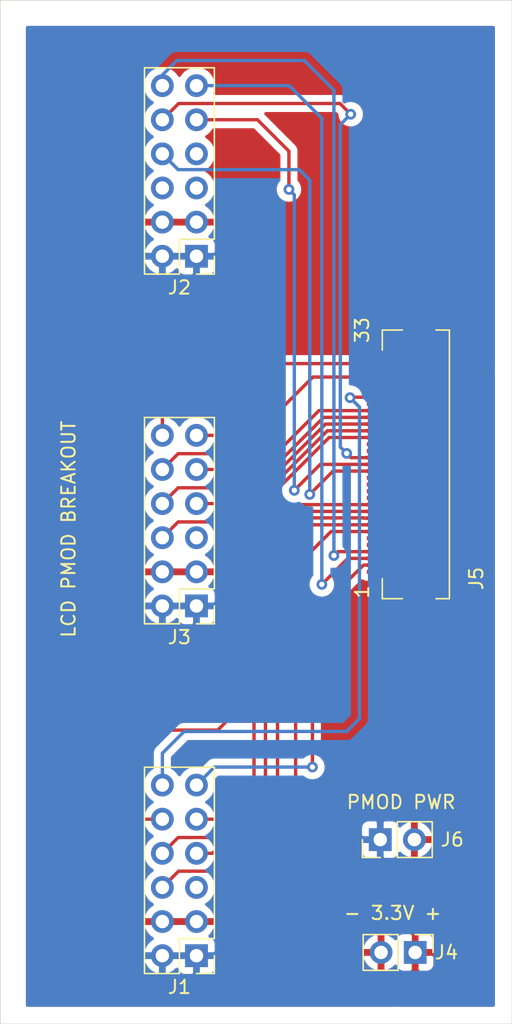
<source format=kicad_pcb>
(kicad_pcb (version 20171130) (host pcbnew 5.1.8-db9833491~88~ubuntu20.04.1)

  (general
    (thickness 1.6)
    (drawings 8)
    (tracks 124)
    (zones 0)
    (modules 6)
    (nets 33)
  )

  (page A4)
  (layers
    (0 F.Cu signal)
    (31 B.Cu signal)
    (32 B.Adhes user)
    (33 F.Adhes user)
    (34 B.Paste user)
    (35 F.Paste user)
    (36 B.SilkS user)
    (37 F.SilkS user)
    (38 B.Mask user)
    (39 F.Mask user)
    (40 Dwgs.User user)
    (41 Cmts.User user)
    (42 Eco1.User user)
    (43 Eco2.User user)
    (44 Edge.Cuts user)
    (45 Margin user)
    (46 B.CrtYd user)
    (47 F.CrtYd user)
    (48 B.Fab user)
    (49 F.Fab user)
  )

  (setup
    (last_trace_width 0.25)
    (trace_clearance 0.2)
    (zone_clearance 0.508)
    (zone_45_only no)
    (trace_min 0.2)
    (via_size 0.8)
    (via_drill 0.4)
    (via_min_size 0.4)
    (via_min_drill 0.3)
    (uvia_size 0.3)
    (uvia_drill 0.1)
    (uvias_allowed no)
    (uvia_min_size 0.2)
    (uvia_min_drill 0.1)
    (edge_width 0.05)
    (segment_width 0.2)
    (pcb_text_width 0.3)
    (pcb_text_size 1.5 1.5)
    (mod_edge_width 0.12)
    (mod_text_size 1 1)
    (mod_text_width 0.15)
    (pad_size 1.524 1.524)
    (pad_drill 0.762)
    (pad_to_mask_clearance 0)
    (aux_axis_origin 0 0)
    (visible_elements FFFFFF7F)
    (pcbplotparams
      (layerselection 0x010f0_ffffffff)
      (usegerberextensions false)
      (usegerberattributes true)
      (usegerberadvancedattributes true)
      (creategerberjobfile true)
      (excludeedgelayer true)
      (linewidth 0.100000)
      (plotframeref false)
      (viasonmask false)
      (mode 1)
      (useauxorigin false)
      (hpglpennumber 1)
      (hpglpenspeed 20)
      (hpglpendiameter 15.000000)
      (psnegative false)
      (psa4output false)
      (plotreference true)
      (plotvalue true)
      (plotinvisibletext false)
      (padsonsilk false)
      (subtractmaskfromsilk false)
      (outputformat 1)
      (mirror false)
      (drillshape 0)
      (scaleselection 1)
      (outputdirectory "gerber/"))
  )

  (net 0 "")
  (net 1 GND)
  (net 2 /LED_R0)
  (net 3 /LCD_R1)
  (net 4 /LCD_R2)
  (net 5 /LCD_R3)
  (net 6 /LCD_R4)
  (net 7 /LCD_R5)
  (net 8 /LCD_CLK)
  (net 9 /LCD_DEN)
  (net 10 /LCD_VS)
  (net 11 /LCD_HS)
  (net 12 /LCD_G5)
  (net 13 /LCD_G4)
  (net 14 /LCD_G3)
  (net 15 /LED_G2)
  (net 16 /LED_B1)
  (net 17 /LED_G0)
  (net 18 /LED_B0)
  (net 19 /LCD_B1)
  (net 20 /LCD_B2)
  (net 21 /LCD_B3)
  (net 22 /LCD_B4)
  (net 23 /LCD_B5)
  (net 24 /LCD_REV)
  (net 25 /LCD_DISP)
  (net 26 +3V3)
  (net 27 /LCD_R0)
  (net 28 /LCD_G0)
  (net 29 /LCD_G1)
  (net 30 /LCD_G2)
  (net 31 /LCD_B0)
  (net 32 +3.3VA)

  (net_class Default "This is the default net class."
    (clearance 0.2)
    (trace_width 0.25)
    (via_dia 0.8)
    (via_drill 0.4)
    (uvia_dia 0.3)
    (uvia_drill 0.1)
    (add_net +3.3VA)
    (add_net +3V3)
    (add_net /LCD_B0)
    (add_net /LCD_B1)
    (add_net /LCD_B2)
    (add_net /LCD_B3)
    (add_net /LCD_B4)
    (add_net /LCD_B5)
    (add_net /LCD_CLK)
    (add_net /LCD_DEN)
    (add_net /LCD_DISP)
    (add_net /LCD_G0)
    (add_net /LCD_G1)
    (add_net /LCD_G2)
    (add_net /LCD_G3)
    (add_net /LCD_G4)
    (add_net /LCD_G5)
    (add_net /LCD_HS)
    (add_net /LCD_R0)
    (add_net /LCD_R1)
    (add_net /LCD_R2)
    (add_net /LCD_R3)
    (add_net /LCD_R4)
    (add_net /LCD_R5)
    (add_net /LCD_REV)
    (add_net /LCD_VS)
    (add_net /LED_B0)
    (add_net /LED_B1)
    (add_net /LED_G0)
    (add_net /LED_G2)
    (add_net /LED_R0)
    (add_net GND)
  )

  (module Connector_PinHeader_2.54mm:PinHeader_2x06_P2.54mm_Vertical (layer F.Cu) (tedit 59FED5CC) (tstamp 5FCAC7C8)
    (at 94.615 97.79 180)
    (descr "Through hole straight pin header, 2x06, 2.54mm pitch, double rows")
    (tags "Through hole pin header THT 2x06 2.54mm double row")
    (path /5FCBE6D2)
    (fp_text reference J1 (at 1.27 -2.33) (layer F.SilkS)
      (effects (font (size 1 1) (thickness 0.15)))
    )
    (fp_text value Conn_02x06_Odd_Even (at 1.27 15.03) (layer F.Fab)
      (effects (font (size 1 1) (thickness 0.15)))
    )
    (fp_line (start 0 -1.27) (end 3.81 -1.27) (layer F.Fab) (width 0.1))
    (fp_line (start 3.81 -1.27) (end 3.81 13.97) (layer F.Fab) (width 0.1))
    (fp_line (start 3.81 13.97) (end -1.27 13.97) (layer F.Fab) (width 0.1))
    (fp_line (start -1.27 13.97) (end -1.27 0) (layer F.Fab) (width 0.1))
    (fp_line (start -1.27 0) (end 0 -1.27) (layer F.Fab) (width 0.1))
    (fp_line (start -1.33 14.03) (end 3.87 14.03) (layer F.SilkS) (width 0.12))
    (fp_line (start -1.33 1.27) (end -1.33 14.03) (layer F.SilkS) (width 0.12))
    (fp_line (start 3.87 -1.33) (end 3.87 14.03) (layer F.SilkS) (width 0.12))
    (fp_line (start -1.33 1.27) (end 1.27 1.27) (layer F.SilkS) (width 0.12))
    (fp_line (start 1.27 1.27) (end 1.27 -1.33) (layer F.SilkS) (width 0.12))
    (fp_line (start 1.27 -1.33) (end 3.87 -1.33) (layer F.SilkS) (width 0.12))
    (fp_line (start -1.33 0) (end -1.33 -1.33) (layer F.SilkS) (width 0.12))
    (fp_line (start -1.33 -1.33) (end 0 -1.33) (layer F.SilkS) (width 0.12))
    (fp_line (start -1.8 -1.8) (end -1.8 14.5) (layer F.CrtYd) (width 0.05))
    (fp_line (start -1.8 14.5) (end 4.35 14.5) (layer F.CrtYd) (width 0.05))
    (fp_line (start 4.35 14.5) (end 4.35 -1.8) (layer F.CrtYd) (width 0.05))
    (fp_line (start 4.35 -1.8) (end -1.8 -1.8) (layer F.CrtYd) (width 0.05))
    (fp_text user %R (at 1.27 6.35 90) (layer F.Fab)
      (effects (font (size 1 1) (thickness 0.15)))
    )
    (pad 1 thru_hole rect (at 0 0 180) (size 1.7 1.7) (drill 1) (layers *.Cu *.Mask)
      (net 32 +3.3VA))
    (pad 2 thru_hole oval (at 2.54 0 180) (size 1.7 1.7) (drill 1) (layers *.Cu *.Mask)
      (net 32 +3.3VA))
    (pad 3 thru_hole oval (at 0 2.54 180) (size 1.7 1.7) (drill 1) (layers *.Cu *.Mask)
      (net 1 GND))
    (pad 4 thru_hole oval (at 2.54 2.54 180) (size 1.7 1.7) (drill 1) (layers *.Cu *.Mask)
      (net 1 GND))
    (pad 5 thru_hole oval (at 0 5.08 180) (size 1.7 1.7) (drill 1) (layers *.Cu *.Mask)
      (net 2 /LED_R0))
    (pad 6 thru_hole oval (at 2.54 5.08 180) (size 1.7 1.7) (drill 1) (layers *.Cu *.Mask)
      (net 3 /LCD_R1))
    (pad 7 thru_hole oval (at 0 7.62 180) (size 1.7 1.7) (drill 1) (layers *.Cu *.Mask)
      (net 4 /LCD_R2))
    (pad 8 thru_hole oval (at 2.54 7.62 180) (size 1.7 1.7) (drill 1) (layers *.Cu *.Mask)
      (net 5 /LCD_R3))
    (pad 9 thru_hole oval (at 0 10.16 180) (size 1.7 1.7) (drill 1) (layers *.Cu *.Mask)
      (net 6 /LCD_R4))
    (pad 10 thru_hole oval (at 2.54 10.16 180) (size 1.7 1.7) (drill 1) (layers *.Cu *.Mask)
      (net 7 /LCD_R5))
    (pad 11 thru_hole oval (at 0 12.7 180) (size 1.7 1.7) (drill 1) (layers *.Cu *.Mask)
      (net 8 /LCD_CLK))
    (pad 12 thru_hole oval (at 2.54 12.7 180) (size 1.7 1.7) (drill 1) (layers *.Cu *.Mask)
      (net 9 /LCD_DEN))
    (model ${KISYS3DMOD}/Connector_PinHeader_2.54mm.3dshapes/PinHeader_2x06_P2.54mm_Vertical.wrl
      (at (xyz 0 0 0))
      (scale (xyz 1 1 1))
      (rotate (xyz 0 0 0))
    )
  )

  (module Connector_PinHeader_2.54mm:PinHeader_2x06_P2.54mm_Vertical (layer F.Cu) (tedit 59FED5CC) (tstamp 5FCACCC2)
    (at 94.615 45.72 180)
    (descr "Through hole straight pin header, 2x06, 2.54mm pitch, double rows")
    (tags "Through hole pin header THT 2x06 2.54mm double row")
    (path /5FCC8767)
    (fp_text reference J2 (at 1.27 -2.33) (layer F.SilkS)
      (effects (font (size 1 1) (thickness 0.15)))
    )
    (fp_text value Conn_02x06_Odd_Even (at 1.27 15.03) (layer F.Fab)
      (effects (font (size 1 1) (thickness 0.15)))
    )
    (fp_line (start 4.35 -1.8) (end -1.8 -1.8) (layer F.CrtYd) (width 0.05))
    (fp_line (start 4.35 14.5) (end 4.35 -1.8) (layer F.CrtYd) (width 0.05))
    (fp_line (start -1.8 14.5) (end 4.35 14.5) (layer F.CrtYd) (width 0.05))
    (fp_line (start -1.8 -1.8) (end -1.8 14.5) (layer F.CrtYd) (width 0.05))
    (fp_line (start -1.33 -1.33) (end 0 -1.33) (layer F.SilkS) (width 0.12))
    (fp_line (start -1.33 0) (end -1.33 -1.33) (layer F.SilkS) (width 0.12))
    (fp_line (start 1.27 -1.33) (end 3.87 -1.33) (layer F.SilkS) (width 0.12))
    (fp_line (start 1.27 1.27) (end 1.27 -1.33) (layer F.SilkS) (width 0.12))
    (fp_line (start -1.33 1.27) (end 1.27 1.27) (layer F.SilkS) (width 0.12))
    (fp_line (start 3.87 -1.33) (end 3.87 14.03) (layer F.SilkS) (width 0.12))
    (fp_line (start -1.33 1.27) (end -1.33 14.03) (layer F.SilkS) (width 0.12))
    (fp_line (start -1.33 14.03) (end 3.87 14.03) (layer F.SilkS) (width 0.12))
    (fp_line (start -1.27 0) (end 0 -1.27) (layer F.Fab) (width 0.1))
    (fp_line (start -1.27 13.97) (end -1.27 0) (layer F.Fab) (width 0.1))
    (fp_line (start 3.81 13.97) (end -1.27 13.97) (layer F.Fab) (width 0.1))
    (fp_line (start 3.81 -1.27) (end 3.81 13.97) (layer F.Fab) (width 0.1))
    (fp_line (start 0 -1.27) (end 3.81 -1.27) (layer F.Fab) (width 0.1))
    (fp_text user %R (at 1.27 6.35 90) (layer F.Fab)
      (effects (font (size 1 1) (thickness 0.15)))
    )
    (pad 12 thru_hole oval (at 2.54 12.7 180) (size 1.7 1.7) (drill 1) (layers *.Cu *.Mask)
      (net 10 /LCD_VS))
    (pad 11 thru_hole oval (at 0 12.7 180) (size 1.7 1.7) (drill 1) (layers *.Cu *.Mask)
      (net 11 /LCD_HS))
    (pad 10 thru_hole oval (at 2.54 10.16 180) (size 1.7 1.7) (drill 1) (layers *.Cu *.Mask)
      (net 12 /LCD_G5))
    (pad 9 thru_hole oval (at 0 10.16 180) (size 1.7 1.7) (drill 1) (layers *.Cu *.Mask)
      (net 13 /LCD_G4))
    (pad 8 thru_hole oval (at 2.54 7.62 180) (size 1.7 1.7) (drill 1) (layers *.Cu *.Mask)
      (net 14 /LCD_G3))
    (pad 7 thru_hole oval (at 0 7.62 180) (size 1.7 1.7) (drill 1) (layers *.Cu *.Mask)
      (net 15 /LED_G2))
    (pad 6 thru_hole oval (at 2.54 5.08 180) (size 1.7 1.7) (drill 1) (layers *.Cu *.Mask)
      (net 16 /LED_B1))
    (pad 5 thru_hole oval (at 0 5.08 180) (size 1.7 1.7) (drill 1) (layers *.Cu *.Mask)
      (net 17 /LED_G0))
    (pad 4 thru_hole oval (at 2.54 2.54 180) (size 1.7 1.7) (drill 1) (layers *.Cu *.Mask)
      (net 1 GND))
    (pad 3 thru_hole oval (at 0 2.54 180) (size 1.7 1.7) (drill 1) (layers *.Cu *.Mask)
      (net 1 GND))
    (pad 2 thru_hole oval (at 2.54 0 180) (size 1.7 1.7) (drill 1) (layers *.Cu *.Mask)
      (net 32 +3.3VA))
    (pad 1 thru_hole rect (at 0 0 180) (size 1.7 1.7) (drill 1) (layers *.Cu *.Mask)
      (net 32 +3.3VA))
    (model ${KISYS3DMOD}/Connector_PinHeader_2.54mm.3dshapes/PinHeader_2x06_P2.54mm_Vertical.wrl
      (at (xyz 0 0 0))
      (scale (xyz 1 1 1))
      (rotate (xyz 0 0 0))
    )
  )

  (module Connector_PinHeader_2.54mm:PinHeader_2x06_P2.54mm_Vertical (layer F.Cu) (tedit 59FED5CC) (tstamp 5FCAC80C)
    (at 94.615 71.755 180)
    (descr "Through hole straight pin header, 2x06, 2.54mm pitch, double rows")
    (tags "Through hole pin header THT 2x06 2.54mm double row")
    (path /5FCCC754)
    (fp_text reference J3 (at 1.27 -2.33) (layer F.SilkS)
      (effects (font (size 1 1) (thickness 0.15)))
    )
    (fp_text value Conn_02x06_Odd_Even (at 1.27 15.03) (layer F.Fab)
      (effects (font (size 1 1) (thickness 0.15)))
    )
    (fp_line (start 0 -1.27) (end 3.81 -1.27) (layer F.Fab) (width 0.1))
    (fp_line (start 3.81 -1.27) (end 3.81 13.97) (layer F.Fab) (width 0.1))
    (fp_line (start 3.81 13.97) (end -1.27 13.97) (layer F.Fab) (width 0.1))
    (fp_line (start -1.27 13.97) (end -1.27 0) (layer F.Fab) (width 0.1))
    (fp_line (start -1.27 0) (end 0 -1.27) (layer F.Fab) (width 0.1))
    (fp_line (start -1.33 14.03) (end 3.87 14.03) (layer F.SilkS) (width 0.12))
    (fp_line (start -1.33 1.27) (end -1.33 14.03) (layer F.SilkS) (width 0.12))
    (fp_line (start 3.87 -1.33) (end 3.87 14.03) (layer F.SilkS) (width 0.12))
    (fp_line (start -1.33 1.27) (end 1.27 1.27) (layer F.SilkS) (width 0.12))
    (fp_line (start 1.27 1.27) (end 1.27 -1.33) (layer F.SilkS) (width 0.12))
    (fp_line (start 1.27 -1.33) (end 3.87 -1.33) (layer F.SilkS) (width 0.12))
    (fp_line (start -1.33 0) (end -1.33 -1.33) (layer F.SilkS) (width 0.12))
    (fp_line (start -1.33 -1.33) (end 0 -1.33) (layer F.SilkS) (width 0.12))
    (fp_line (start -1.8 -1.8) (end -1.8 14.5) (layer F.CrtYd) (width 0.05))
    (fp_line (start -1.8 14.5) (end 4.35 14.5) (layer F.CrtYd) (width 0.05))
    (fp_line (start 4.35 14.5) (end 4.35 -1.8) (layer F.CrtYd) (width 0.05))
    (fp_line (start 4.35 -1.8) (end -1.8 -1.8) (layer F.CrtYd) (width 0.05))
    (fp_text user %R (at 1.27 6.35 90) (layer F.Fab)
      (effects (font (size 1 1) (thickness 0.15)))
    )
    (pad 1 thru_hole rect (at 0 0 180) (size 1.7 1.7) (drill 1) (layers *.Cu *.Mask)
      (net 32 +3.3VA))
    (pad 2 thru_hole oval (at 2.54 0 180) (size 1.7 1.7) (drill 1) (layers *.Cu *.Mask)
      (net 32 +3.3VA))
    (pad 3 thru_hole oval (at 0 2.54 180) (size 1.7 1.7) (drill 1) (layers *.Cu *.Mask)
      (net 1 GND))
    (pad 4 thru_hole oval (at 2.54 2.54 180) (size 1.7 1.7) (drill 1) (layers *.Cu *.Mask)
      (net 1 GND))
    (pad 5 thru_hole oval (at 0 5.08 180) (size 1.7 1.7) (drill 1) (layers *.Cu *.Mask)
      (net 18 /LED_B0))
    (pad 6 thru_hole oval (at 2.54 5.08 180) (size 1.7 1.7) (drill 1) (layers *.Cu *.Mask)
      (net 19 /LCD_B1))
    (pad 7 thru_hole oval (at 0 7.62 180) (size 1.7 1.7) (drill 1) (layers *.Cu *.Mask)
      (net 20 /LCD_B2))
    (pad 8 thru_hole oval (at 2.54 7.62 180) (size 1.7 1.7) (drill 1) (layers *.Cu *.Mask)
      (net 21 /LCD_B3))
    (pad 9 thru_hole oval (at 0 10.16 180) (size 1.7 1.7) (drill 1) (layers *.Cu *.Mask)
      (net 22 /LCD_B4))
    (pad 10 thru_hole oval (at 2.54 10.16 180) (size 1.7 1.7) (drill 1) (layers *.Cu *.Mask)
      (net 23 /LCD_B5))
    (pad 11 thru_hole oval (at 0 12.7 180) (size 1.7 1.7) (drill 1) (layers *.Cu *.Mask)
      (net 24 /LCD_REV))
    (pad 12 thru_hole oval (at 2.54 12.7 180) (size 1.7 1.7) (drill 1) (layers *.Cu *.Mask)
      (net 25 /LCD_DISP))
    (model ${KISYS3DMOD}/Connector_PinHeader_2.54mm.3dshapes/PinHeader_2x06_P2.54mm_Vertical.wrl
      (at (xyz 0 0 0))
      (scale (xyz 1 1 1))
      (rotate (xyz 0 0 0))
    )
  )

  (module Connector_PinHeader_2.54mm:PinHeader_1x02_P2.54mm_Vertical (layer F.Cu) (tedit 59FED5CC) (tstamp 5FCAD129)
    (at 110.9 97.55 270)
    (descr "Through hole straight pin header, 1x02, 2.54mm pitch, single row")
    (tags "Through hole pin header THT 1x02 2.54mm single row")
    (path /5FCD1BE5)
    (fp_text reference J4 (at 0 -2.33 180) (layer F.SilkS)
      (effects (font (size 1 1) (thickness 0.15)))
    )
    (fp_text value Conn_01x02 (at 0 4.87 90) (layer F.Fab)
      (effects (font (size 1 1) (thickness 0.15)))
    )
    (fp_line (start -0.635 -1.27) (end 1.27 -1.27) (layer F.Fab) (width 0.1))
    (fp_line (start 1.27 -1.27) (end 1.27 3.81) (layer F.Fab) (width 0.1))
    (fp_line (start 1.27 3.81) (end -1.27 3.81) (layer F.Fab) (width 0.1))
    (fp_line (start -1.27 3.81) (end -1.27 -0.635) (layer F.Fab) (width 0.1))
    (fp_line (start -1.27 -0.635) (end -0.635 -1.27) (layer F.Fab) (width 0.1))
    (fp_line (start -1.33 3.87) (end 1.33 3.87) (layer F.SilkS) (width 0.12))
    (fp_line (start -1.33 1.27) (end -1.33 3.87) (layer F.SilkS) (width 0.12))
    (fp_line (start 1.33 1.27) (end 1.33 3.87) (layer F.SilkS) (width 0.12))
    (fp_line (start -1.33 1.27) (end 1.33 1.27) (layer F.SilkS) (width 0.12))
    (fp_line (start -1.33 0) (end -1.33 -1.33) (layer F.SilkS) (width 0.12))
    (fp_line (start -1.33 -1.33) (end 0 -1.33) (layer F.SilkS) (width 0.12))
    (fp_line (start -1.8 -1.8) (end -1.8 4.35) (layer F.CrtYd) (width 0.05))
    (fp_line (start -1.8 4.35) (end 1.8 4.35) (layer F.CrtYd) (width 0.05))
    (fp_line (start 1.8 4.35) (end 1.8 -1.8) (layer F.CrtYd) (width 0.05))
    (fp_line (start 1.8 -1.8) (end -1.8 -1.8) (layer F.CrtYd) (width 0.05))
    (fp_text user %R (at 0 1.27) (layer F.Fab)
      (effects (font (size 1 1) (thickness 0.15)))
    )
    (pad 1 thru_hole rect (at 0 0 270) (size 1.7 1.7) (drill 1) (layers *.Cu *.Mask)
      (net 26 +3V3))
    (pad 2 thru_hole oval (at 0 2.54 270) (size 1.7 1.7) (drill 1) (layers *.Cu *.Mask)
      (net 1 GND))
    (model ${KISYS3DMOD}/Connector_PinHeader_2.54mm.3dshapes/PinHeader_1x02_P2.54mm_Vertical.wrl
      (at (xyz 0 0 0))
      (scale (xyz 1 1 1))
      (rotate (xyz 0 0 0))
    )
  )

  (module lcd_adapter:FH12-33S-0.5 (layer F.Cu) (tedit 5FCA69F5) (tstamp 5FCAC852)
    (at 107.95 69.215 90)
    (path /5FCB898E)
    (fp_text reference J5 (at -0.5 7.5 90) (layer F.SilkS)
      (effects (font (size 1 1) (thickness 0.15)))
    )
    (fp_text value Conn_01x33 (at 0 -0.5 90) (layer F.Fab)
      (effects (font (size 1 1) (thickness 0.15)))
    )
    (fp_line (start -2 4.5) (end -2 5.5) (layer F.SilkS) (width 0.12))
    (fp_line (start -2 5.5) (end 18 5.5) (layer F.SilkS) (width 0.12))
    (fp_line (start 18 5.5) (end 18 4.5) (layer F.SilkS) (width 0.12))
    (fp_line (start -2 2) (end -2 0.5) (layer F.SilkS) (width 0.12))
    (fp_line (start -2 0.5) (end -0.5 0.5) (layer F.SilkS) (width 0.12))
    (fp_line (start 16.5 0.5) (end 18 0.5) (layer F.SilkS) (width 0.12))
    (fp_line (start 18 0.5) (end 18 2) (layer F.SilkS) (width 0.12))
    (fp_text user 1 (at -1.5 -1 90) (layer F.SilkS)
      (effects (font (size 1 1) (thickness 0.15)))
    )
    (fp_text user 33 (at 18 -1 90) (layer F.SilkS)
      (effects (font (size 1 1) (thickness 0.15)))
    )
    (pad 1 smd rect (at 0 0 90) (size 0.3 1.3) (layers F.Cu F.Paste F.Mask)
      (net 1 GND))
    (pad 2 smd rect (at 0.5 0 90) (size 0.3 1.3) (layers F.Cu F.Paste F.Mask)
      (net 8 /LCD_CLK))
    (pad 3 smd rect (at 1 0 90) (size 0.3 1.3) (layers F.Cu F.Paste F.Mask)
      (net 11 /LCD_HS))
    (pad 4 smd rect (at 1.5 0 90) (size 0.3 1.3) (layers F.Cu F.Paste F.Mask)
      (net 10 /LCD_VS))
    (pad 5 smd rect (at 2 0 90) (size 0.3 1.3) (layers F.Cu F.Paste F.Mask)
      (net 1 GND))
    (pad 6 smd rect (at 2.5 0 90) (size 0.3 1.3) (layers F.Cu F.Paste F.Mask)
      (net 27 /LCD_R0))
    (pad 7 smd rect (at 3 0 90) (size 0.3 1.3) (layers F.Cu F.Paste F.Mask)
      (net 3 /LCD_R1))
    (pad 8 smd rect (at 3.5 0 90) (size 0.3 1.3) (layers F.Cu F.Paste F.Mask)
      (net 4 /LCD_R2))
    (pad 9 smd rect (at 4 0 90) (size 0.3 1.3) (layers F.Cu F.Paste F.Mask)
      (net 5 /LCD_R3))
    (pad 10 smd rect (at 4.5 0 90) (size 0.3 1.3) (layers F.Cu F.Paste F.Mask)
      (net 6 /LCD_R4))
    (pad 11 smd rect (at 5 0 90) (size 0.3 1.3) (layers F.Cu F.Paste F.Mask)
      (net 7 /LCD_R5))
    (pad 12 smd rect (at 5.5 0 90) (size 0.3 1.3) (layers F.Cu F.Paste F.Mask)
      (net 1 GND))
    (pad 13 smd rect (at 6 0 90) (size 0.3 1.3) (layers F.Cu F.Paste F.Mask)
      (net 28 /LCD_G0))
    (pad 14 smd rect (at 6.5 0 90) (size 0.3 1.3) (layers F.Cu F.Paste F.Mask)
      (net 29 /LCD_G1))
    (pad 15 smd rect (at 7 0 90) (size 0.3 1.3) (layers F.Cu F.Paste F.Mask)
      (net 30 /LCD_G2))
    (pad 16 smd rect (at 7.5 0 90) (size 0.3 1.3) (layers F.Cu F.Paste F.Mask)
      (net 14 /LCD_G3))
    (pad 17 smd rect (at 8 0 90) (size 0.3 1.3) (layers F.Cu F.Paste F.Mask)
      (net 13 /LCD_G4))
    (pad 18 smd rect (at 8.5 0 90) (size 0.3 1.3) (layers F.Cu F.Paste F.Mask)
      (net 12 /LCD_G5))
    (pad 19 smd rect (at 9 0 90) (size 0.3 1.3) (layers F.Cu F.Paste F.Mask)
      (net 1 GND))
    (pad 20 smd rect (at 9.5 0 90) (size 0.3 1.3) (layers F.Cu F.Paste F.Mask)
      (net 31 /LCD_B0))
    (pad 21 smd rect (at 10 0 90) (size 0.3 1.3) (layers F.Cu F.Paste F.Mask)
      (net 19 /LCD_B1))
    (pad 22 smd rect (at 10.5 0 90) (size 0.3 1.3) (layers F.Cu F.Paste F.Mask)
      (net 20 /LCD_B2))
    (pad 23 smd rect (at 11 0 90) (size 0.3 1.3) (layers F.Cu F.Paste F.Mask)
      (net 21 /LCD_B3))
    (pad 24 smd rect (at 11.5 0 90) (size 0.3 1.3) (layers F.Cu F.Paste F.Mask)
      (net 22 /LCD_B4))
    (pad 25 smd rect (at 12 0 90) (size 0.3 1.3) (layers F.Cu F.Paste F.Mask)
      (net 23 /LCD_B5))
    (pad 26 smd rect (at 12.5 0 90) (size 0.3 1.3) (layers F.Cu F.Paste F.Mask)
      (net 1 GND))
    (pad 27 smd rect (at 13 0 90) (size 0.3 1.3) (layers F.Cu F.Paste F.Mask)
      (net 9 /LCD_DEN))
    (pad 28 smd rect (at 13.5 0 90) (size 0.3 1.3) (layers F.Cu F.Paste F.Mask)
      (net 26 +3V3))
    (pad 29 smd rect (at 14 0 90) (size 0.3 1.3) (layers F.Cu F.Paste F.Mask)
      (net 26 +3V3))
    (pad 30 smd rect (at 14.5 0 90) (size 0.3 1.3) (layers F.Cu F.Paste F.Mask)
      (net 24 /LCD_REV))
    (pad 31 smd rect (at 15 0 90) (size 0.3 1.3) (layers F.Cu F.Paste F.Mask)
      (net 1 GND))
    (pad 32 smd rect (at 15.5 0 90) (size 0.3 1.3) (layers F.Cu F.Paste F.Mask)
      (net 25 /LCD_DISP))
    (pad 33 smd rect (at 16 0 90) (size 0.3 1.3) (layers F.Cu F.Paste F.Mask)
      (net 1 GND))
    (pad 34 smd rect (at -1.9 3.25 90) (size 2 2.2) (layers F.Cu F.Paste F.Mask))
    (pad 35 smd rect (at 17.9 3.25 90) (size 2 2.2) (layers F.Cu F.Paste F.Mask))
  )

  (module Connector_PinHeader_2.54mm:PinHeader_1x02_P2.54mm_Vertical (layer F.Cu) (tedit 59FED5CC) (tstamp 5FCAD24C)
    (at 108.3 89.15 90)
    (descr "Through hole straight pin header, 1x02, 2.54mm pitch, single row")
    (tags "Through hole pin header THT 1x02 2.54mm single row")
    (path /5FCCA6CF)
    (fp_text reference J6 (at 0 5.365 180) (layer F.SilkS)
      (effects (font (size 1 1) (thickness 0.15)))
    )
    (fp_text value Conn_01x02 (at 0 4.87 90) (layer F.Fab)
      (effects (font (size 1 1) (thickness 0.15)))
    )
    (fp_line (start 1.8 -1.8) (end -1.8 -1.8) (layer F.CrtYd) (width 0.05))
    (fp_line (start 1.8 4.35) (end 1.8 -1.8) (layer F.CrtYd) (width 0.05))
    (fp_line (start -1.8 4.35) (end 1.8 4.35) (layer F.CrtYd) (width 0.05))
    (fp_line (start -1.8 -1.8) (end -1.8 4.35) (layer F.CrtYd) (width 0.05))
    (fp_line (start -1.33 -1.33) (end 0 -1.33) (layer F.SilkS) (width 0.12))
    (fp_line (start -1.33 0) (end -1.33 -1.33) (layer F.SilkS) (width 0.12))
    (fp_line (start -1.33 1.27) (end 1.33 1.27) (layer F.SilkS) (width 0.12))
    (fp_line (start 1.33 1.27) (end 1.33 3.87) (layer F.SilkS) (width 0.12))
    (fp_line (start -1.33 1.27) (end -1.33 3.87) (layer F.SilkS) (width 0.12))
    (fp_line (start -1.33 3.87) (end 1.33 3.87) (layer F.SilkS) (width 0.12))
    (fp_line (start -1.27 -0.635) (end -0.635 -1.27) (layer F.Fab) (width 0.1))
    (fp_line (start -1.27 3.81) (end -1.27 -0.635) (layer F.Fab) (width 0.1))
    (fp_line (start 1.27 3.81) (end -1.27 3.81) (layer F.Fab) (width 0.1))
    (fp_line (start 1.27 -1.27) (end 1.27 3.81) (layer F.Fab) (width 0.1))
    (fp_line (start -0.635 -1.27) (end 1.27 -1.27) (layer F.Fab) (width 0.1))
    (fp_text user %R (at 0 1.27) (layer F.Fab)
      (effects (font (size 1 1) (thickness 0.15)))
    )
    (pad 1 thru_hole rect (at 0 0 90) (size 1.7 1.7) (drill 1) (layers *.Cu *.Mask)
      (net 32 +3.3VA))
    (pad 2 thru_hole oval (at 0 2.54 90) (size 1.7 1.7) (drill 1) (layers *.Cu *.Mask)
      (net 26 +3V3))
    (model ${KISYS3DMOD}/Connector_PinHeader_2.54mm.3dshapes/PinHeader_1x02_P2.54mm_Vertical.wrl
      (at (xyz 0 0 0))
      (scale (xyz 1 1 1))
      (rotate (xyz 0 0 0))
    )
  )

  (gr_text "PMOD PWR" (at 109.855 86.36) (layer F.SilkS)
    (effects (font (size 1 1) (thickness 0.15)))
  )
  (gr_text "- 3.3V +" (at 109.22 94.615) (layer F.SilkS)
    (effects (font (size 1 1) (thickness 0.15)))
  )
  (gr_text "LCD PMOD BREAKOUT" (at 85.09 66.04 90) (layer F.SilkS)
    (effects (font (size 1 1) (thickness 0.15)))
  )
  (gr_line (start 80.01 102.87) (end 80.01 26.67) (layer Edge.Cuts) (width 0.05) (tstamp 5FCAD082))
  (gr_line (start 81.28 102.87) (end 80.01 102.87) (layer Edge.Cuts) (width 0.05))
  (gr_line (start 118.11 102.87) (end 81.28 102.87) (layer Edge.Cuts) (width 0.05))
  (gr_line (start 118.11 26.67) (end 118.11 102.87) (layer Edge.Cuts) (width 0.05))
  (gr_line (start 80.01 26.67) (end 118.11 26.67) (layer Edge.Cuts) (width 0.05))

  (segment (start 107.95 67.215) (end 109.76 67.215) (width 0.25) (layer F.Cu) (net 1))
  (segment (start 107.95 63.715) (end 109.64 63.715) (width 0.25) (layer F.Cu) (net 1))
  (segment (start 109.64 63.715) (end 109.855 63.5) (width 0.25) (layer F.Cu) (net 1))
  (segment (start 107.95 60.215) (end 109.745 60.215) (width 0.25) (layer F.Cu) (net 1))
  (segment (start 107.95 56.715) (end 108.785 56.715) (width 0.25) (layer F.Cu) (net 1))
  (segment (start 108.785 56.715) (end 109.855 57.785) (width 0.25) (layer F.Cu) (net 1))
  (segment (start 107.95 54.215) (end 108.98 54.215) (width 0.25) (layer F.Cu) (net 1))
  (segment (start 108.98 54.215) (end 109.855 53.34) (width 0.25) (layer F.Cu) (net 1))
  (segment (start 107.95 69.215) (end 107.95 69.85) (width 0.25) (layer F.Cu) (net 1))
  (segment (start 107.95 66.215) (end 104.635 66.215) (width 0.25) (layer F.Cu) (net 3))
  (segment (start 104.635 66.215) (end 102 68.85) (width 0.25) (layer F.Cu) (net 3))
  (segment (start 102 68.85) (end 102 85.45) (width 0.25) (layer F.Cu) (net 3))
  (segment (start 102 85.45) (end 95.95 91.5) (width 0.25) (layer F.Cu) (net 3))
  (segment (start 93.285 91.5) (end 92.075 92.71) (width 0.25) (layer F.Cu) (net 3))
  (segment (start 95.95 91.5) (end 93.285 91.5) (width 0.25) (layer F.Cu) (net 3))
  (segment (start 107.95 65.715) (end 103.185 65.715) (width 0.25) (layer F.Cu) (net 4))
  (segment (start 103.185 65.715) (end 100.65 68.25) (width 0.25) (layer F.Cu) (net 4))
  (segment (start 95.817081 90.17) (end 94.615 90.17) (width 0.25) (layer F.Cu) (net 4))
  (segment (start 100.65 85.337081) (end 95.817081 90.17) (width 0.25) (layer F.Cu) (net 4))
  (segment (start 100.65 68.25) (end 100.65 85.337081) (width 0.25) (layer F.Cu) (net 4))
  (segment (start 93.250001 88.994999) (end 92.075 90.17) (width 0.25) (layer F.Cu) (net 5))
  (segment (start 95.691411 88.994999) (end 93.250001 88.994999) (width 0.25) (layer F.Cu) (net 5))
  (segment (start 99.75 84.93641) (end 95.691411 88.994999) (width 0.25) (layer F.Cu) (net 5))
  (segment (start 99.75 67.9) (end 99.75 84.93641) (width 0.25) (layer F.Cu) (net 5))
  (segment (start 102.45 65.2) (end 99.75 67.9) (width 0.25) (layer F.Cu) (net 5))
  (segment (start 107.064998 65.215) (end 107.049998 65.2) (width 0.25) (layer F.Cu) (net 5))
  (segment (start 107.049998 65.2) (end 102.45 65.2) (width 0.25) (layer F.Cu) (net 5))
  (segment (start 107.95 65.215) (end 107.064998 65.215) (width 0.25) (layer F.Cu) (net 5))
  (segment (start 107.95 64.715) (end 101.935 64.715) (width 0.25) (layer F.Cu) (net 6))
  (segment (start 101.935 64.715) (end 98.9 67.75) (width 0.25) (layer F.Cu) (net 6))
  (segment (start 98.9 67.75) (end 98.9 85.15) (width 0.25) (layer F.Cu) (net 6))
  (segment (start 96.42 87.63) (end 94.615 87.63) (width 0.25) (layer F.Cu) (net 6))
  (segment (start 98.9 85.15) (end 96.42 87.63) (width 0.25) (layer F.Cu) (net 6))
  (segment (start 88.8 86.45) (end 89.98 87.63) (width 0.25) (layer F.Cu) (net 7))
  (segment (start 89.95 81) (end 88.8 82.15) (width 0.25) (layer F.Cu) (net 7))
  (segment (start 96.2 81) (end 89.95 81) (width 0.25) (layer F.Cu) (net 7))
  (segment (start 89.98 87.63) (end 92.075 87.63) (width 0.25) (layer F.Cu) (net 7))
  (segment (start 98.15 79.05) (end 96.2 81) (width 0.25) (layer F.Cu) (net 7))
  (segment (start 98.15 67.5) (end 98.15 79.05) (width 0.25) (layer F.Cu) (net 7))
  (segment (start 101.435 64.215) (end 98.15 67.5) (width 0.25) (layer F.Cu) (net 7))
  (segment (start 88.8 82.15) (end 88.8 86.45) (width 0.25) (layer F.Cu) (net 7))
  (segment (start 107.95 64.215) (end 101.435 64.215) (width 0.25) (layer F.Cu) (net 7))
  (segment (start 107.05 68.715) (end 103.25 72.515) (width 0.25) (layer F.Cu) (net 8))
  (segment (start 107.95 68.715) (end 107.05 68.715) (width 0.25) (layer F.Cu) (net 8))
  (segment (start 103.25 72.515) (end 103.25 83.75) (width 0.25) (layer F.Cu) (net 8))
  (via (at 103.25 83.75) (size 0.8) (drill 0.4) (layers F.Cu B.Cu) (net 8))
  (segment (start 95.955 83.75) (end 94.615 85.09) (width 0.25) (layer B.Cu) (net 8))
  (segment (start 103.25 83.75) (end 95.955 83.75) (width 0.25) (layer B.Cu) (net 8))
  (segment (start 92.075 85.09) (end 92.075 82.725) (width 0.25) (layer B.Cu) (net 9))
  (segment (start 92.075 82.725) (end 93.7 81.1) (width 0.25) (layer B.Cu) (net 9))
  (segment (start 93.7 81.1) (end 105.8 81.1) (width 0.25) (layer B.Cu) (net 9))
  (segment (start 105.8 81.1) (end 106.75 80.15) (width 0.25) (layer B.Cu) (net 9))
  (segment (start 106.75 80.15) (end 106.75 62.1) (width 0.25) (layer B.Cu) (net 9))
  (segment (start 106.75 62.1) (end 106.75 56.95) (width 0.25) (layer B.Cu) (net 9))
  (segment (start 106.75 56.95) (end 106.05 56.25) (width 0.25) (layer B.Cu) (net 9))
  (via (at 106.05 56.25) (size 0.8) (drill 0.4) (layers F.Cu B.Cu) (net 9))
  (segment (start 106.085 56.215) (end 107.95 56.215) (width 0.25) (layer F.Cu) (net 9))
  (segment (start 106.05 56.25) (end 106.085 56.215) (width 0.25) (layer F.Cu) (net 9))
  (segment (start 107.95 67.715) (end 105.135 67.715) (width 0.25) (layer F.Cu) (net 10))
  (segment (start 105.135 67.715) (end 104.85 68) (width 0.25) (layer F.Cu) (net 10))
  (via (at 104.85 68) (size 0.8) (drill 0.4) (layers F.Cu B.Cu) (net 10))
  (segment (start 92.075 32.225) (end 92.075 33.02) (width 0.25) (layer B.Cu) (net 10))
  (segment (start 93.15 31.15) (end 92.075 32.225) (width 0.25) (layer B.Cu) (net 10))
  (segment (start 102.65 31.15) (end 93.15 31.15) (width 0.25) (layer B.Cu) (net 10))
  (segment (start 104.85 33.35) (end 102.65 31.15) (width 0.25) (layer B.Cu) (net 10))
  (segment (start 104.85 68) (end 104.85 33.35) (width 0.25) (layer B.Cu) (net 10))
  (segment (start 107.95 68.215) (end 105.885 68.215) (width 0.25) (layer F.Cu) (net 11))
  (segment (start 105.885 68.215) (end 103.95 70.15) (width 0.25) (layer F.Cu) (net 11))
  (via (at 103.95 70.15) (size 0.8) (drill 0.4) (layers F.Cu B.Cu) (net 11))
  (segment (start 103.95 70.15) (end 103.95 35.45) (width 0.25) (layer B.Cu) (net 11))
  (segment (start 101.52 33.02) (end 94.615 33.02) (width 0.25) (layer B.Cu) (net 11))
  (segment (start 103.95 35.45) (end 101.52 33.02) (width 0.25) (layer B.Cu) (net 11))
  (segment (start 107.95 60.715) (end 106.115 60.715) (width 0.25) (layer F.Cu) (net 12))
  (segment (start 106.115 60.715) (end 105.8 60.4) (width 0.25) (layer F.Cu) (net 12))
  (via (at 105.8 60.4) (size 0.8) (drill 0.4) (layers F.Cu B.Cu) (net 12))
  (segment (start 105.324999 59.924999) (end 105.324999 35.925001) (width 0.25) (layer B.Cu) (net 12))
  (segment (start 105.8 60.4) (end 105.324999 59.924999) (width 0.25) (layer B.Cu) (net 12))
  (segment (start 105.324999 35.925001) (end 106.1 35.15) (width 0.25) (layer B.Cu) (net 12))
  (via (at 106.1 35.15) (size 0.8) (drill 0.4) (layers F.Cu B.Cu) (net 12))
  (segment (start 106.1 35.15) (end 105.3 34.35) (width 0.25) (layer F.Cu) (net 12))
  (segment (start 93.285 34.35) (end 92.075 35.56) (width 0.25) (layer F.Cu) (net 12))
  (segment (start 105.3 34.35) (end 93.285 34.35) (width 0.25) (layer F.Cu) (net 12))
  (segment (start 107.95 61.215) (end 103.835 61.215) (width 0.25) (layer F.Cu) (net 13))
  (segment (start 103.835 61.215) (end 101.9 63.15) (width 0.25) (layer F.Cu) (net 13))
  (via (at 101.9 63.15) (size 0.8) (drill 0.4) (layers F.Cu B.Cu) (net 13))
  (segment (start 101.9 63.15) (end 101.9 41.15) (width 0.25) (layer B.Cu) (net 13))
  (segment (start 101.9 41.15) (end 101.5 40.75) (width 0.25) (layer B.Cu) (net 13))
  (via (at 101.5 40.75) (size 0.8) (drill 0.4) (layers F.Cu B.Cu) (net 13))
  (segment (start 101.5 40.75) (end 101.5 37.9) (width 0.25) (layer F.Cu) (net 13))
  (segment (start 99.16 35.56) (end 94.615 35.56) (width 0.25) (layer F.Cu) (net 13))
  (segment (start 101.5 37.9) (end 99.16 35.56) (width 0.25) (layer F.Cu) (net 13))
  (segment (start 107.95 61.715) (end 104.785 61.715) (width 0.25) (layer F.Cu) (net 14))
  (via (at 103.05 63.45) (size 0.8) (drill 0.4) (layers F.Cu B.Cu) (net 14))
  (segment (start 104.785 61.715) (end 103.05 63.45) (width 0.25) (layer F.Cu) (net 14))
  (segment (start 103.05 63.45) (end 103.05 40.05) (width 0.25) (layer B.Cu) (net 14))
  (segment (start 93.250001 39.275001) (end 92.075 38.1) (width 0.25) (layer B.Cu) (net 14))
  (segment (start 102.275001 39.275001) (end 93.250001 39.275001) (width 0.25) (layer B.Cu) (net 14))
  (segment (start 103.05 40.05) (end 102.275001 39.275001) (width 0.25) (layer B.Cu) (net 14))
  (segment (start 93.250001 65.499999) (end 92.075 66.675) (width 0.25) (layer F.Cu) (net 19))
  (segment (start 98.209231 65.499999) (end 93.250001 65.499999) (width 0.25) (layer F.Cu) (net 19))
  (segment (start 104.49423 59.215) (end 98.209231 65.499999) (width 0.25) (layer F.Cu) (net 19))
  (segment (start 107.95 59.215) (end 104.49423 59.215) (width 0.25) (layer F.Cu) (net 19))
  (segment (start 98.93782 64.135) (end 94.615 64.135) (width 0.25) (layer F.Cu) (net 20))
  (segment (start 104.35782 58.715) (end 98.93782 64.135) (width 0.25) (layer F.Cu) (net 20))
  (segment (start 107.95 58.715) (end 104.35782 58.715) (width 0.25) (layer F.Cu) (net 20))
  (segment (start 93.250001 62.959999) (end 92.075 64.135) (width 0.25) (layer F.Cu) (net 21))
  (segment (start 99.476411 62.959999) (end 93.250001 62.959999) (width 0.25) (layer F.Cu) (net 21))
  (segment (start 104.22141 58.215) (end 99.476411 62.959999) (width 0.25) (layer F.Cu) (net 21))
  (segment (start 107.95 58.215) (end 104.22141 58.215) (width 0.25) (layer F.Cu) (net 21))
  (segment (start 107.95 57.715) (end 104.085 57.715) (width 0.25) (layer F.Cu) (net 22))
  (segment (start 100.205 61.595) (end 94.615 61.595) (width 0.25) (layer F.Cu) (net 22))
  (segment (start 104.085 57.715) (end 100.205 61.595) (width 0.25) (layer F.Cu) (net 22))
  (segment (start 93.250001 60.419999) (end 100.530001 60.419999) (width 0.25) (layer F.Cu) (net 23))
  (segment (start 92.075 61.595) (end 93.250001 60.419999) (width 0.25) (layer F.Cu) (net 23))
  (segment (start 103.735 57.215) (end 107.95 57.215) (width 0.25) (layer F.Cu) (net 23))
  (segment (start 100.530001 60.419999) (end 103.735 57.215) (width 0.25) (layer F.Cu) (net 23))
  (segment (start 107.95 54.715) (end 103.285 54.715) (width 0.25) (layer F.Cu) (net 24))
  (segment (start 98.945 59.055) (end 94.615 59.055) (width 0.25) (layer F.Cu) (net 24))
  (segment (start 103.285 54.715) (end 98.945 59.055) (width 0.25) (layer F.Cu) (net 24))
  (segment (start 107.95 53.715) (end 93.535 53.715) (width 0.25) (layer F.Cu) (net 25))
  (segment (start 92.075 55.175) (end 92.075 59.055) (width 0.25) (layer F.Cu) (net 25))
  (segment (start 93.535 53.715) (end 92.075 55.175) (width 0.25) (layer F.Cu) (net 25))
  (segment (start 107.95 55.215) (end 109.825 55.215) (width 0.25) (layer F.Cu) (net 26))
  (segment (start 107.95 55.715) (end 109.69 55.715) (width 0.25) (layer F.Cu) (net 26))

  (zone (net 32) (net_name +3.3VA) (layer B.Cu) (tstamp 0) (hatch edge 0.508)
    (connect_pads (clearance 0.508))
    (min_thickness 0.254)
    (fill yes (arc_segments 32) (thermal_gap 0.508) (thermal_bridge_width 0.508))
    (polygon
      (pts
        (xy 116.84 101.6) (xy 81.915 101.6) (xy 81.915 28.575) (xy 116.84 28.575)
      )
    )
    (filled_polygon
      (pts
        (xy 116.713 101.473) (xy 82.042 101.473) (xy 82.042 98.14689) (xy 90.633524 98.14689) (xy 90.678175 98.294099)
        (xy 90.803359 98.55692) (xy 90.977412 98.790269) (xy 91.193645 98.985178) (xy 91.443748 99.134157) (xy 91.718109 99.231481)
        (xy 91.948 99.110814) (xy 91.948 97.917) (xy 92.202 97.917) (xy 92.202 99.110814) (xy 92.431891 99.231481)
        (xy 92.706252 99.134157) (xy 92.956355 98.985178) (xy 93.152502 98.808374) (xy 93.175498 98.88418) (xy 93.234463 98.994494)
        (xy 93.313815 99.091185) (xy 93.410506 99.170537) (xy 93.52082 99.229502) (xy 93.640518 99.265812) (xy 93.765 99.278072)
        (xy 94.32925 99.275) (xy 94.488 99.11625) (xy 94.488 97.917) (xy 94.742 97.917) (xy 94.742 99.11625)
        (xy 94.90075 99.275) (xy 95.465 99.278072) (xy 95.589482 99.265812) (xy 95.70918 99.229502) (xy 95.819494 99.170537)
        (xy 95.916185 99.091185) (xy 95.995537 98.994494) (xy 96.054502 98.88418) (xy 96.090812 98.764482) (xy 96.103072 98.64)
        (xy 96.1 98.07575) (xy 95.94125 97.917) (xy 94.742 97.917) (xy 94.488 97.917) (xy 92.202 97.917)
        (xy 91.948 97.917) (xy 90.754845 97.917) (xy 90.633524 98.14689) (xy 82.042 98.14689) (xy 82.042 72.11189)
        (xy 90.633524 72.11189) (xy 90.678175 72.259099) (xy 90.803359 72.52192) (xy 90.977412 72.755269) (xy 91.193645 72.950178)
        (xy 91.443748 73.099157) (xy 91.718109 73.196481) (xy 91.948 73.075814) (xy 91.948 71.882) (xy 92.202 71.882)
        (xy 92.202 73.075814) (xy 92.431891 73.196481) (xy 92.706252 73.099157) (xy 92.956355 72.950178) (xy 93.152502 72.773374)
        (xy 93.175498 72.84918) (xy 93.234463 72.959494) (xy 93.313815 73.056185) (xy 93.410506 73.135537) (xy 93.52082 73.194502)
        (xy 93.640518 73.230812) (xy 93.765 73.243072) (xy 94.32925 73.24) (xy 94.488 73.08125) (xy 94.488 71.882)
        (xy 94.742 71.882) (xy 94.742 73.08125) (xy 94.90075 73.24) (xy 95.465 73.243072) (xy 95.589482 73.230812)
        (xy 95.70918 73.194502) (xy 95.819494 73.135537) (xy 95.916185 73.056185) (xy 95.995537 72.959494) (xy 96.054502 72.84918)
        (xy 96.090812 72.729482) (xy 96.103072 72.605) (xy 96.1 72.04075) (xy 95.94125 71.882) (xy 94.742 71.882)
        (xy 94.488 71.882) (xy 92.202 71.882) (xy 91.948 71.882) (xy 90.754845 71.882) (xy 90.633524 72.11189)
        (xy 82.042 72.11189) (xy 82.042 58.90874) (xy 90.59 58.90874) (xy 90.59 59.20126) (xy 90.647068 59.488158)
        (xy 90.75901 59.758411) (xy 90.921525 60.001632) (xy 91.128368 60.208475) (xy 91.30276 60.325) (xy 91.128368 60.441525)
        (xy 90.921525 60.648368) (xy 90.75901 60.891589) (xy 90.647068 61.161842) (xy 90.59 61.44874) (xy 90.59 61.74126)
        (xy 90.647068 62.028158) (xy 90.75901 62.298411) (xy 90.921525 62.541632) (xy 91.128368 62.748475) (xy 91.30276 62.865)
        (xy 91.128368 62.981525) (xy 90.921525 63.188368) (xy 90.75901 63.431589) (xy 90.647068 63.701842) (xy 90.59 63.98874)
        (xy 90.59 64.28126) (xy 90.647068 64.568158) (xy 90.75901 64.838411) (xy 90.921525 65.081632) (xy 91.128368 65.288475)
        (xy 91.30276 65.405) (xy 91.128368 65.521525) (xy 90.921525 65.728368) (xy 90.75901 65.971589) (xy 90.647068 66.241842)
        (xy 90.59 66.52874) (xy 90.59 66.82126) (xy 90.647068 67.108158) (xy 90.75901 67.378411) (xy 90.921525 67.621632)
        (xy 91.128368 67.828475) (xy 91.30276 67.945) (xy 91.128368 68.061525) (xy 90.921525 68.268368) (xy 90.75901 68.511589)
        (xy 90.647068 68.781842) (xy 90.59 69.06874) (xy 90.59 69.36126) (xy 90.647068 69.648158) (xy 90.75901 69.918411)
        (xy 90.921525 70.161632) (xy 91.128368 70.368475) (xy 91.310534 70.490195) (xy 91.193645 70.559822) (xy 90.977412 70.754731)
        (xy 90.803359 70.98808) (xy 90.678175 71.250901) (xy 90.633524 71.39811) (xy 90.754845 71.628) (xy 91.948 71.628)
        (xy 91.948 71.608) (xy 92.202 71.608) (xy 92.202 71.628) (xy 94.488 71.628) (xy 94.488 71.608)
        (xy 94.742 71.608) (xy 94.742 71.628) (xy 95.94125 71.628) (xy 96.1 71.46925) (xy 96.103072 70.905)
        (xy 96.090812 70.780518) (xy 96.054502 70.66082) (xy 95.995537 70.550506) (xy 95.916185 70.453815) (xy 95.819494 70.374463)
        (xy 95.70918 70.315498) (xy 95.63662 70.293487) (xy 95.768475 70.161632) (xy 95.93099 69.918411) (xy 96.042932 69.648158)
        (xy 96.1 69.36126) (xy 96.1 69.06874) (xy 96.042932 68.781842) (xy 95.93099 68.511589) (xy 95.768475 68.268368)
        (xy 95.561632 68.061525) (xy 95.38724 67.945) (xy 95.561632 67.828475) (xy 95.768475 67.621632) (xy 95.93099 67.378411)
        (xy 96.042932 67.108158) (xy 96.1 66.82126) (xy 96.1 66.52874) (xy 96.042932 66.241842) (xy 95.93099 65.971589)
        (xy 95.768475 65.728368) (xy 95.561632 65.521525) (xy 95.38724 65.405) (xy 95.561632 65.288475) (xy 95.768475 65.081632)
        (xy 95.93099 64.838411) (xy 96.042932 64.568158) (xy 96.1 64.28126) (xy 96.1 63.98874) (xy 96.042932 63.701842)
        (xy 95.93099 63.431589) (xy 95.768475 63.188368) (xy 95.561632 62.981525) (xy 95.38724 62.865) (xy 95.561632 62.748475)
        (xy 95.768475 62.541632) (xy 95.93099 62.298411) (xy 96.042932 62.028158) (xy 96.1 61.74126) (xy 96.1 61.44874)
        (xy 96.042932 61.161842) (xy 95.93099 60.891589) (xy 95.768475 60.648368) (xy 95.561632 60.441525) (xy 95.38724 60.325)
        (xy 95.561632 60.208475) (xy 95.768475 60.001632) (xy 95.93099 59.758411) (xy 96.042932 59.488158) (xy 96.1 59.20126)
        (xy 96.1 58.90874) (xy 96.042932 58.621842) (xy 95.93099 58.351589) (xy 95.768475 58.108368) (xy 95.561632 57.901525)
        (xy 95.318411 57.73901) (xy 95.048158 57.627068) (xy 94.76126 57.57) (xy 94.46874 57.57) (xy 94.181842 57.627068)
        (xy 93.911589 57.73901) (xy 93.668368 57.901525) (xy 93.461525 58.108368) (xy 93.345 58.28276) (xy 93.228475 58.108368)
        (xy 93.021632 57.901525) (xy 92.778411 57.73901) (xy 92.508158 57.627068) (xy 92.22126 57.57) (xy 91.92874 57.57)
        (xy 91.641842 57.627068) (xy 91.371589 57.73901) (xy 91.128368 57.901525) (xy 90.921525 58.108368) (xy 90.75901 58.351589)
        (xy 90.647068 58.621842) (xy 90.59 58.90874) (xy 82.042 58.90874) (xy 82.042 46.07689) (xy 90.633524 46.07689)
        (xy 90.678175 46.224099) (xy 90.803359 46.48692) (xy 90.977412 46.720269) (xy 91.193645 46.915178) (xy 91.443748 47.064157)
        (xy 91.718109 47.161481) (xy 91.948 47.040814) (xy 91.948 45.847) (xy 92.202 45.847) (xy 92.202 47.040814)
        (xy 92.431891 47.161481) (xy 92.706252 47.064157) (xy 92.956355 46.915178) (xy 93.152502 46.738374) (xy 93.175498 46.81418)
        (xy 93.234463 46.924494) (xy 93.313815 47.021185) (xy 93.410506 47.100537) (xy 93.52082 47.159502) (xy 93.640518 47.195812)
        (xy 93.765 47.208072) (xy 94.32925 47.205) (xy 94.488 47.04625) (xy 94.488 45.847) (xy 94.742 45.847)
        (xy 94.742 47.04625) (xy 94.90075 47.205) (xy 95.465 47.208072) (xy 95.589482 47.195812) (xy 95.70918 47.159502)
        (xy 95.819494 47.100537) (xy 95.916185 47.021185) (xy 95.995537 46.924494) (xy 96.054502 46.81418) (xy 96.090812 46.694482)
        (xy 96.103072 46.57) (xy 96.1 46.00575) (xy 95.94125 45.847) (xy 94.742 45.847) (xy 94.488 45.847)
        (xy 92.202 45.847) (xy 91.948 45.847) (xy 90.754845 45.847) (xy 90.633524 46.07689) (xy 82.042 46.07689)
        (xy 82.042 32.87374) (xy 90.59 32.87374) (xy 90.59 33.16626) (xy 90.647068 33.453158) (xy 90.75901 33.723411)
        (xy 90.921525 33.966632) (xy 91.128368 34.173475) (xy 91.30276 34.29) (xy 91.128368 34.406525) (xy 90.921525 34.613368)
        (xy 90.75901 34.856589) (xy 90.647068 35.126842) (xy 90.59 35.41374) (xy 90.59 35.70626) (xy 90.647068 35.993158)
        (xy 90.75901 36.263411) (xy 90.921525 36.506632) (xy 91.128368 36.713475) (xy 91.30276 36.83) (xy 91.128368 36.946525)
        (xy 90.921525 37.153368) (xy 90.75901 37.396589) (xy 90.647068 37.666842) (xy 90.59 37.95374) (xy 90.59 38.24626)
        (xy 90.647068 38.533158) (xy 90.75901 38.803411) (xy 90.921525 39.046632) (xy 91.128368 39.253475) (xy 91.30276 39.37)
        (xy 91.128368 39.486525) (xy 90.921525 39.693368) (xy 90.75901 39.936589) (xy 90.647068 40.206842) (xy 90.59 40.49374)
        (xy 90.59 40.78626) (xy 90.647068 41.073158) (xy 90.75901 41.343411) (xy 90.921525 41.586632) (xy 91.128368 41.793475)
        (xy 91.30276 41.91) (xy 91.128368 42.026525) (xy 90.921525 42.233368) (xy 90.75901 42.476589) (xy 90.647068 42.746842)
        (xy 90.59 43.03374) (xy 90.59 43.32626) (xy 90.647068 43.613158) (xy 90.75901 43.883411) (xy 90.921525 44.126632)
        (xy 91.128368 44.333475) (xy 91.310534 44.455195) (xy 91.193645 44.524822) (xy 90.977412 44.719731) (xy 90.803359 44.95308)
        (xy 90.678175 45.215901) (xy 90.633524 45.36311) (xy 90.754845 45.593) (xy 91.948 45.593) (xy 91.948 45.573)
        (xy 92.202 45.573) (xy 92.202 45.593) (xy 94.488 45.593) (xy 94.488 45.573) (xy 94.742 45.573)
        (xy 94.742 45.593) (xy 95.94125 45.593) (xy 96.1 45.43425) (xy 96.103072 44.87) (xy 96.090812 44.745518)
        (xy 96.054502 44.62582) (xy 95.995537 44.515506) (xy 95.916185 44.418815) (xy 95.819494 44.339463) (xy 95.70918 44.280498)
        (xy 95.63662 44.258487) (xy 95.768475 44.126632) (xy 95.93099 43.883411) (xy 96.042932 43.613158) (xy 96.1 43.32626)
        (xy 96.1 43.03374) (xy 96.042932 42.746842) (xy 95.93099 42.476589) (xy 95.768475 42.233368) (xy 95.561632 42.026525)
        (xy 95.38724 41.91) (xy 95.561632 41.793475) (xy 95.768475 41.586632) (xy 95.93099 41.343411) (xy 96.042932 41.073158)
        (xy 96.1 40.78626) (xy 96.1 40.49374) (xy 96.042932 40.206842) (xy 95.971753 40.035001) (xy 100.751288 40.035001)
        (xy 100.696063 40.090226) (xy 100.582795 40.259744) (xy 100.504774 40.448102) (xy 100.465 40.648061) (xy 100.465 40.851939)
        (xy 100.504774 41.051898) (xy 100.582795 41.240256) (xy 100.696063 41.409774) (xy 100.840226 41.553937) (xy 101.009744 41.667205)
        (xy 101.140001 41.72116) (xy 101.14 62.446289) (xy 101.096063 62.490226) (xy 100.982795 62.659744) (xy 100.904774 62.848102)
        (xy 100.865 63.048061) (xy 100.865 63.251939) (xy 100.904774 63.451898) (xy 100.982795 63.640256) (xy 101.096063 63.809774)
        (xy 101.240226 63.953937) (xy 101.409744 64.067205) (xy 101.598102 64.145226) (xy 101.798061 64.185) (xy 102.001939 64.185)
        (xy 102.201898 64.145226) (xy 102.258196 64.121907) (xy 102.390226 64.253937) (xy 102.559744 64.367205) (xy 102.748102 64.445226)
        (xy 102.948061 64.485) (xy 103.151939 64.485) (xy 103.19 64.477429) (xy 103.19 69.446289) (xy 103.146063 69.490226)
        (xy 103.032795 69.659744) (xy 102.954774 69.848102) (xy 102.915 70.048061) (xy 102.915 70.251939) (xy 102.954774 70.451898)
        (xy 103.032795 70.640256) (xy 103.146063 70.809774) (xy 103.290226 70.953937) (xy 103.459744 71.067205) (xy 103.648102 71.145226)
        (xy 103.848061 71.185) (xy 104.051939 71.185) (xy 104.251898 71.145226) (xy 104.440256 71.067205) (xy 104.609774 70.953937)
        (xy 104.753937 70.809774) (xy 104.867205 70.640256) (xy 104.945226 70.451898) (xy 104.985 70.251939) (xy 104.985 70.048061)
        (xy 104.945226 69.848102) (xy 104.867205 69.659744) (xy 104.753937 69.490226) (xy 104.71 69.446289) (xy 104.71 69.027429)
        (xy 104.748061 69.035) (xy 104.951939 69.035) (xy 105.151898 68.995226) (xy 105.340256 68.917205) (xy 105.509774 68.803937)
        (xy 105.653937 68.659774) (xy 105.767205 68.490256) (xy 105.845226 68.301898) (xy 105.885 68.101939) (xy 105.885 67.898061)
        (xy 105.845226 67.698102) (xy 105.767205 67.509744) (xy 105.653937 67.340226) (xy 105.61 67.296289) (xy 105.61 61.417484)
        (xy 105.698061 61.435) (xy 105.901939 61.435) (xy 105.99 61.417484) (xy 105.99 62.137332) (xy 105.990001 62.137342)
        (xy 105.99 79.835198) (xy 105.485199 80.34) (xy 93.737322 80.34) (xy 93.699999 80.336324) (xy 93.662676 80.34)
        (xy 93.662667 80.34) (xy 93.551014 80.350997) (xy 93.407753 80.394454) (xy 93.275723 80.465026) (xy 93.192083 80.533668)
        (xy 93.159999 80.559999) (xy 93.136201 80.588997) (xy 91.563998 82.161201) (xy 91.535 82.184999) (xy 91.511202 82.213997)
        (xy 91.511201 82.213998) (xy 91.440026 82.300724) (xy 91.369454 82.432754) (xy 91.325998 82.576015) (xy 91.311324 82.725)
        (xy 91.315001 82.762332) (xy 91.315001 83.811821) (xy 91.128368 83.936525) (xy 90.921525 84.143368) (xy 90.75901 84.386589)
        (xy 90.647068 84.656842) (xy 90.59 84.94374) (xy 90.59 85.23626) (xy 90.647068 85.523158) (xy 90.75901 85.793411)
        (xy 90.921525 86.036632) (xy 91.128368 86.243475) (xy 91.30276 86.36) (xy 91.128368 86.476525) (xy 90.921525 86.683368)
        (xy 90.75901 86.926589) (xy 90.647068 87.196842) (xy 90.59 87.48374) (xy 90.59 87.77626) (xy 90.647068 88.063158)
        (xy 90.75901 88.333411) (xy 90.921525 88.576632) (xy 91.128368 88.783475) (xy 91.30276 88.9) (xy 91.128368 89.016525)
        (xy 90.921525 89.223368) (xy 90.75901 89.466589) (xy 90.647068 89.736842) (xy 90.59 90.02374) (xy 90.59 90.31626)
        (xy 90.647068 90.603158) (xy 90.75901 90.873411) (xy 90.921525 91.116632) (xy 91.128368 91.323475) (xy 91.30276 91.44)
        (xy 91.128368 91.556525) (xy 90.921525 91.763368) (xy 90.75901 92.006589) (xy 90.647068 92.276842) (xy 90.59 92.56374)
        (xy 90.59 92.85626) (xy 90.647068 93.143158) (xy 90.75901 93.413411) (xy 90.921525 93.656632) (xy 91.128368 93.863475)
        (xy 91.30276 93.98) (xy 91.128368 94.096525) (xy 90.921525 94.303368) (xy 90.75901 94.546589) (xy 90.647068 94.816842)
        (xy 90.59 95.10374) (xy 90.59 95.39626) (xy 90.647068 95.683158) (xy 90.75901 95.953411) (xy 90.921525 96.196632)
        (xy 91.128368 96.403475) (xy 91.310534 96.525195) (xy 91.193645 96.594822) (xy 90.977412 96.789731) (xy 90.803359 97.02308)
        (xy 90.678175 97.285901) (xy 90.633524 97.43311) (xy 90.754845 97.663) (xy 91.948 97.663) (xy 91.948 97.643)
        (xy 92.202 97.643) (xy 92.202 97.663) (xy 94.488 97.663) (xy 94.488 97.643) (xy 94.742 97.643)
        (xy 94.742 97.663) (xy 95.94125 97.663) (xy 96.1 97.50425) (xy 96.100547 97.40374) (xy 106.875 97.40374)
        (xy 106.875 97.69626) (xy 106.932068 97.983158) (xy 107.04401 98.253411) (xy 107.206525 98.496632) (xy 107.413368 98.703475)
        (xy 107.656589 98.86599) (xy 107.926842 98.977932) (xy 108.21374 99.035) (xy 108.50626 99.035) (xy 108.793158 98.977932)
        (xy 109.063411 98.86599) (xy 109.306632 98.703475) (xy 109.438487 98.57162) (xy 109.460498 98.64418) (xy 109.519463 98.754494)
        (xy 109.598815 98.851185) (xy 109.695506 98.930537) (xy 109.80582 98.989502) (xy 109.925518 99.025812) (xy 110.05 99.038072)
        (xy 111.75 99.038072) (xy 111.874482 99.025812) (xy 111.99418 98.989502) (xy 112.104494 98.930537) (xy 112.201185 98.851185)
        (xy 112.280537 98.754494) (xy 112.339502 98.64418) (xy 112.375812 98.524482) (xy 112.388072 98.4) (xy 112.388072 96.7)
        (xy 112.375812 96.575518) (xy 112.339502 96.45582) (xy 112.280537 96.345506) (xy 112.201185 96.248815) (xy 112.104494 96.169463)
        (xy 111.99418 96.110498) (xy 111.874482 96.074188) (xy 111.75 96.061928) (xy 110.05 96.061928) (xy 109.925518 96.074188)
        (xy 109.80582 96.110498) (xy 109.695506 96.169463) (xy 109.598815 96.248815) (xy 109.519463 96.345506) (xy 109.460498 96.45582)
        (xy 109.438487 96.52838) (xy 109.306632 96.396525) (xy 109.063411 96.23401) (xy 108.793158 96.122068) (xy 108.50626 96.065)
        (xy 108.21374 96.065) (xy 107.926842 96.122068) (xy 107.656589 96.23401) (xy 107.413368 96.396525) (xy 107.206525 96.603368)
        (xy 107.04401 96.846589) (xy 106.932068 97.116842) (xy 106.875 97.40374) (xy 96.100547 97.40374) (xy 96.103072 96.94)
        (xy 96.090812 96.815518) (xy 96.054502 96.69582) (xy 95.995537 96.585506) (xy 95.916185 96.488815) (xy 95.819494 96.409463)
        (xy 95.70918 96.350498) (xy 95.63662 96.328487) (xy 95.768475 96.196632) (xy 95.93099 95.953411) (xy 96.042932 95.683158)
        (xy 96.1 95.39626) (xy 96.1 95.10374) (xy 96.042932 94.816842) (xy 95.93099 94.546589) (xy 95.768475 94.303368)
        (xy 95.561632 94.096525) (xy 95.38724 93.98) (xy 95.561632 93.863475) (xy 95.768475 93.656632) (xy 95.93099 93.413411)
        (xy 96.042932 93.143158) (xy 96.1 92.85626) (xy 96.1 92.56374) (xy 96.042932 92.276842) (xy 95.93099 92.006589)
        (xy 95.768475 91.763368) (xy 95.561632 91.556525) (xy 95.38724 91.44) (xy 95.561632 91.323475) (xy 95.768475 91.116632)
        (xy 95.93099 90.873411) (xy 96.042932 90.603158) (xy 96.1 90.31626) (xy 96.1 90.02374) (xy 96.095278 90)
        (xy 106.811928 90) (xy 106.824188 90.124482) (xy 106.860498 90.24418) (xy 106.919463 90.354494) (xy 106.998815 90.451185)
        (xy 107.095506 90.530537) (xy 107.20582 90.589502) (xy 107.325518 90.625812) (xy 107.45 90.638072) (xy 108.01425 90.635)
        (xy 108.173 90.47625) (xy 108.173 89.277) (xy 106.97375 89.277) (xy 106.815 89.43575) (xy 106.811928 90)
        (xy 96.095278 90) (xy 96.042932 89.736842) (xy 95.93099 89.466589) (xy 95.768475 89.223368) (xy 95.561632 89.016525)
        (xy 95.38724 88.9) (xy 95.561632 88.783475) (xy 95.768475 88.576632) (xy 95.93099 88.333411) (xy 95.944829 88.3)
        (xy 106.811928 88.3) (xy 106.815 88.86425) (xy 106.97375 89.023) (xy 108.173 89.023) (xy 108.173 87.82375)
        (xy 108.427 87.82375) (xy 108.427 89.023) (xy 108.447 89.023) (xy 108.447 89.277) (xy 108.427 89.277)
        (xy 108.427 90.47625) (xy 108.58575 90.635) (xy 109.15 90.638072) (xy 109.274482 90.625812) (xy 109.39418 90.589502)
        (xy 109.504494 90.530537) (xy 109.601185 90.451185) (xy 109.680537 90.354494) (xy 109.739502 90.24418) (xy 109.761513 90.17162)
        (xy 109.893368 90.303475) (xy 110.136589 90.46599) (xy 110.406842 90.577932) (xy 110.69374 90.635) (xy 110.98626 90.635)
        (xy 111.273158 90.577932) (xy 111.543411 90.46599) (xy 111.786632 90.303475) (xy 111.993475 90.096632) (xy 112.15599 89.853411)
        (xy 112.267932 89.583158) (xy 112.325 89.29626) (xy 112.325 89.00374) (xy 112.267932 88.716842) (xy 112.15599 88.446589)
        (xy 111.993475 88.203368) (xy 111.786632 87.996525) (xy 111.543411 87.83401) (xy 111.273158 87.722068) (xy 110.98626 87.665)
        (xy 110.69374 87.665) (xy 110.406842 87.722068) (xy 110.136589 87.83401) (xy 109.893368 87.996525) (xy 109.761513 88.12838)
        (xy 109.739502 88.05582) (xy 109.680537 87.945506) (xy 109.601185 87.848815) (xy 109.504494 87.769463) (xy 109.39418 87.710498)
        (xy 109.274482 87.674188) (xy 109.15 87.661928) (xy 108.58575 87.665) (xy 108.427 87.82375) (xy 108.173 87.82375)
        (xy 108.01425 87.665) (xy 107.45 87.661928) (xy 107.325518 87.674188) (xy 107.20582 87.710498) (xy 107.095506 87.769463)
        (xy 106.998815 87.848815) (xy 106.919463 87.945506) (xy 106.860498 88.05582) (xy 106.824188 88.175518) (xy 106.811928 88.3)
        (xy 95.944829 88.3) (xy 96.042932 88.063158) (xy 96.1 87.77626) (xy 96.1 87.48374) (xy 96.042932 87.196842)
        (xy 95.93099 86.926589) (xy 95.768475 86.683368) (xy 95.561632 86.476525) (xy 95.38724 86.36) (xy 95.561632 86.243475)
        (xy 95.768475 86.036632) (xy 95.93099 85.793411) (xy 96.042932 85.523158) (xy 96.1 85.23626) (xy 96.1 84.94374)
        (xy 96.05621 84.723592) (xy 96.269802 84.51) (xy 102.546289 84.51) (xy 102.590226 84.553937) (xy 102.759744 84.667205)
        (xy 102.948102 84.745226) (xy 103.148061 84.785) (xy 103.351939 84.785) (xy 103.551898 84.745226) (xy 103.740256 84.667205)
        (xy 103.909774 84.553937) (xy 104.053937 84.409774) (xy 104.167205 84.240256) (xy 104.245226 84.051898) (xy 104.285 83.851939)
        (xy 104.285 83.648061) (xy 104.245226 83.448102) (xy 104.167205 83.259744) (xy 104.053937 83.090226) (xy 103.909774 82.946063)
        (xy 103.740256 82.832795) (xy 103.551898 82.754774) (xy 103.351939 82.715) (xy 103.148061 82.715) (xy 102.948102 82.754774)
        (xy 102.759744 82.832795) (xy 102.590226 82.946063) (xy 102.546289 82.99) (xy 95.992322 82.99) (xy 95.954999 82.986324)
        (xy 95.917676 82.99) (xy 95.917667 82.99) (xy 95.806014 83.000997) (xy 95.662753 83.044454) (xy 95.530724 83.115026)
        (xy 95.414999 83.209999) (xy 95.391201 83.238997) (xy 94.981408 83.64879) (xy 94.76126 83.605) (xy 94.46874 83.605)
        (xy 94.181842 83.662068) (xy 93.911589 83.77401) (xy 93.668368 83.936525) (xy 93.461525 84.143368) (xy 93.345 84.31776)
        (xy 93.228475 84.143368) (xy 93.021632 83.936525) (xy 92.835 83.811822) (xy 92.835 83.039801) (xy 94.014802 81.86)
        (xy 105.762678 81.86) (xy 105.8 81.863676) (xy 105.837322 81.86) (xy 105.837333 81.86) (xy 105.948986 81.849003)
        (xy 106.092247 81.805546) (xy 106.224276 81.734974) (xy 106.340001 81.640001) (xy 106.363804 81.610998) (xy 107.261004 80.713798)
        (xy 107.290001 80.690001) (xy 107.316332 80.657917) (xy 107.384974 80.574277) (xy 107.455546 80.442247) (xy 107.455546 80.442246)
        (xy 107.499003 80.298986) (xy 107.51 80.187333) (xy 107.51 80.187323) (xy 107.513676 80.15) (xy 107.51 80.112677)
        (xy 107.51 56.987322) (xy 107.513676 56.949999) (xy 107.51 56.912676) (xy 107.51 56.912667) (xy 107.499003 56.801014)
        (xy 107.455546 56.657753) (xy 107.384974 56.525724) (xy 107.371811 56.509685) (xy 107.313799 56.438996) (xy 107.313795 56.438992)
        (xy 107.290001 56.409999) (xy 107.261008 56.386205) (xy 107.085 56.210198) (xy 107.085 56.148061) (xy 107.045226 55.948102)
        (xy 106.967205 55.759744) (xy 106.853937 55.590226) (xy 106.709774 55.446063) (xy 106.540256 55.332795) (xy 106.351898 55.254774)
        (xy 106.151939 55.215) (xy 106.084999 55.215) (xy 106.084999 36.239802) (xy 106.139801 36.185) (xy 106.201939 36.185)
        (xy 106.401898 36.145226) (xy 106.590256 36.067205) (xy 106.759774 35.953937) (xy 106.903937 35.809774) (xy 107.017205 35.640256)
        (xy 107.095226 35.451898) (xy 107.135 35.251939) (xy 107.135 35.048061) (xy 107.095226 34.848102) (xy 107.017205 34.659744)
        (xy 106.903937 34.490226) (xy 106.759774 34.346063) (xy 106.590256 34.232795) (xy 106.401898 34.154774) (xy 106.201939 34.115)
        (xy 105.998061 34.115) (xy 105.798102 34.154774) (xy 105.61 34.232689) (xy 105.61 33.387323) (xy 105.613676 33.35)
        (xy 105.61 33.312677) (xy 105.61 33.312667) (xy 105.599003 33.201014) (xy 105.555546 33.057753) (xy 105.484974 32.925724)
        (xy 105.390001 32.809999) (xy 105.361003 32.786201) (xy 103.213804 30.639003) (xy 103.190001 30.609999) (xy 103.074276 30.515026)
        (xy 102.942247 30.444454) (xy 102.798986 30.400997) (xy 102.687333 30.39) (xy 102.687322 30.39) (xy 102.65 30.386324)
        (xy 102.612678 30.39) (xy 93.187333 30.39) (xy 93.15 30.386323) (xy 93.112667 30.39) (xy 93.001014 30.400997)
        (xy 92.857753 30.444454) (xy 92.725724 30.515026) (xy 92.609999 30.609999) (xy 92.586201 30.638997) (xy 91.626971 31.598228)
        (xy 91.371589 31.70401) (xy 91.128368 31.866525) (xy 90.921525 32.073368) (xy 90.75901 32.316589) (xy 90.647068 32.586842)
        (xy 90.59 32.87374) (xy 82.042 32.87374) (xy 82.042 28.702) (xy 116.713 28.702)
      )
    )
  )
  (zone (net 26) (net_name +3V3) (layer F.Cu) (tstamp 0) (hatch edge 0.508)
    (connect_pads (clearance 0.508))
    (min_thickness 0.254)
    (fill yes (arc_segments 32) (thermal_gap 0.508) (thermal_bridge_width 0.508))
    (polygon
      (pts
        (xy 116.84 101.6) (xy 109.855 101.6) (xy 109.855 85.725) (xy 113.665 85.725) (xy 113.665 56.515)
        (xy 109.22 56.515) (xy 109.22 54.61) (xy 116.84 54.61)
      )
    )
    (filled_polygon
      (pts
        (xy 116.713 101.473) (xy 109.982 101.473) (xy 109.982 99.031375) (xy 110.05 99.038072) (xy 110.61425 99.035)
        (xy 110.773 98.87625) (xy 110.773 97.677) (xy 111.027 97.677) (xy 111.027 98.87625) (xy 111.18575 99.035)
        (xy 111.75 99.038072) (xy 111.874482 99.025812) (xy 111.99418 98.989502) (xy 112.104494 98.930537) (xy 112.201185 98.851185)
        (xy 112.280537 98.754494) (xy 112.339502 98.64418) (xy 112.375812 98.524482) (xy 112.388072 98.4) (xy 112.385 97.83575)
        (xy 112.22625 97.677) (xy 111.027 97.677) (xy 110.773 97.677) (xy 110.753 97.677) (xy 110.753 97.423)
        (xy 110.773 97.423) (xy 110.773 96.22375) (xy 111.027 96.22375) (xy 111.027 97.423) (xy 112.22625 97.423)
        (xy 112.385 97.26425) (xy 112.388072 96.7) (xy 112.375812 96.575518) (xy 112.339502 96.45582) (xy 112.280537 96.345506)
        (xy 112.201185 96.248815) (xy 112.104494 96.169463) (xy 111.99418 96.110498) (xy 111.874482 96.074188) (xy 111.75 96.061928)
        (xy 111.18575 96.065) (xy 111.027 96.22375) (xy 110.773 96.22375) (xy 110.61425 96.065) (xy 110.05 96.061928)
        (xy 109.982 96.068625) (xy 109.982 90.353705) (xy 110.07308 90.421641) (xy 110.335901 90.546825) (xy 110.48311 90.591476)
        (xy 110.713 90.470155) (xy 110.713 89.277) (xy 110.967 89.277) (xy 110.967 90.470155) (xy 111.19689 90.591476)
        (xy 111.344099 90.546825) (xy 111.60692 90.421641) (xy 111.840269 90.247588) (xy 112.035178 90.031355) (xy 112.184157 89.781252)
        (xy 112.281481 89.506891) (xy 112.160814 89.277) (xy 110.967 89.277) (xy 110.713 89.277) (xy 110.693 89.277)
        (xy 110.693 89.023) (xy 110.713 89.023) (xy 110.713 87.829845) (xy 110.967 87.829845) (xy 110.967 89.023)
        (xy 112.160814 89.023) (xy 112.281481 88.793109) (xy 112.184157 88.518748) (xy 112.035178 88.268645) (xy 111.840269 88.052412)
        (xy 111.60692 87.878359) (xy 111.344099 87.753175) (xy 111.19689 87.708524) (xy 110.967 87.829845) (xy 110.713 87.829845)
        (xy 110.48311 87.708524) (xy 110.335901 87.753175) (xy 110.07308 87.878359) (xy 109.982 87.946295) (xy 109.982 85.852)
        (xy 113.665 85.852) (xy 113.689776 85.84956) (xy 113.713601 85.842333) (xy 113.735557 85.830597) (xy 113.754803 85.814803)
        (xy 113.770597 85.795557) (xy 113.782333 85.773601) (xy 113.78956 85.749776) (xy 113.792 85.725) (xy 113.792 56.515)
        (xy 113.78956 56.490224) (xy 113.782333 56.466399) (xy 113.770597 56.444443) (xy 113.754803 56.425197) (xy 113.735557 56.409403)
        (xy 113.713601 56.397667) (xy 113.689776 56.39044) (xy 113.665 56.388) (xy 109.532802 56.388) (xy 109.348804 56.204002)
        (xy 109.347 56.201804) (xy 109.347 54.880589) (xy 109.404276 54.849974) (xy 109.520001 54.755001) (xy 109.534774 54.737)
        (xy 116.713 54.737)
      )
    )
  )
  (zone (net 1) (net_name GND) (layer F.Cu) (tstamp 0) (hatch edge 0.508)
    (connect_pads (clearance 0.508))
    (min_thickness 0.254)
    (fill yes (arc_segments 32) (thermal_gap 0.508) (thermal_bridge_width 0.508))
    (polygon
      (pts
        (xy 116.84 53.975) (xy 108.585 53.975) (xy 108.585 57.15) (xy 113.03 57.15) (xy 113.03 85.09)
        (xy 109.22 85.09) (xy 109.22 101.6) (xy 81.915 101.6) (xy 81.915 28.575) (xy 116.84 28.575)
      )
    )
    (filled_polygon
      (pts
        (xy 116.713 53.848) (xy 109.238072 53.848) (xy 109.238072 53.565) (xy 109.227882 53.461535) (xy 109.235 53.39675)
        (xy 109.202753 53.364503) (xy 109.189502 53.32082) (xy 109.130537 53.210506) (xy 109.097725 53.170525) (xy 109.235 53.03325)
        (xy 109.223685 52.930268) (xy 109.185416 52.811182) (xy 109.12465 52.70185) (xy 109.043722 52.606474) (xy 108.945742 52.528718)
        (xy 108.834475 52.471572) (xy 108.714198 52.43723) (xy 108.589532 52.427014) (xy 108.23575 52.43) (xy 108.077 52.58875)
        (xy 108.077 52.926928) (xy 107.823 52.926928) (xy 107.823 52.58875) (xy 107.66425 52.43) (xy 107.310468 52.427014)
        (xy 107.185802 52.43723) (xy 107.065525 52.471572) (xy 106.954258 52.528718) (xy 106.856278 52.606474) (xy 106.77535 52.70185)
        (xy 106.714584 52.811182) (xy 106.676315 52.930268) (xy 106.673598 52.955) (xy 93.572323 52.955) (xy 93.535 52.951324)
        (xy 93.497677 52.955) (xy 93.497667 52.955) (xy 93.386014 52.965997) (xy 93.242753 53.009454) (xy 93.110724 53.080026)
        (xy 92.994999 53.174999) (xy 92.971201 53.203997) (xy 91.564003 54.611196) (xy 91.534999 54.634999) (xy 91.479871 54.702174)
        (xy 91.440026 54.750724) (xy 91.402559 54.82082) (xy 91.369454 54.882754) (xy 91.325997 55.026015) (xy 91.315 55.137668)
        (xy 91.315 55.137678) (xy 91.311324 55.175) (xy 91.315 55.212323) (xy 91.315001 57.776821) (xy 91.128368 57.901525)
        (xy 90.921525 58.108368) (xy 90.75901 58.351589) (xy 90.647068 58.621842) (xy 90.59 58.90874) (xy 90.59 59.20126)
        (xy 90.647068 59.488158) (xy 90.75901 59.758411) (xy 90.921525 60.001632) (xy 91.128368 60.208475) (xy 91.30276 60.325)
        (xy 91.128368 60.441525) (xy 90.921525 60.648368) (xy 90.75901 60.891589) (xy 90.647068 61.161842) (xy 90.59 61.44874)
        (xy 90.59 61.74126) (xy 90.647068 62.028158) (xy 90.75901 62.298411) (xy 90.921525 62.541632) (xy 91.128368 62.748475)
        (xy 91.30276 62.865) (xy 91.128368 62.981525) (xy 90.921525 63.188368) (xy 90.75901 63.431589) (xy 90.647068 63.701842)
        (xy 90.59 63.98874) (xy 90.59 64.28126) (xy 90.647068 64.568158) (xy 90.75901 64.838411) (xy 90.921525 65.081632)
        (xy 91.128368 65.288475) (xy 91.30276 65.405) (xy 91.128368 65.521525) (xy 90.921525 65.728368) (xy 90.75901 65.971589)
        (xy 90.647068 66.241842) (xy 90.59 66.52874) (xy 90.59 66.82126) (xy 90.647068 67.108158) (xy 90.75901 67.378411)
        (xy 90.921525 67.621632) (xy 91.128368 67.828475) (xy 91.310534 67.950195) (xy 91.193645 68.019822) (xy 90.977412 68.214731)
        (xy 90.803359 68.44808) (xy 90.678175 68.710901) (xy 90.633524 68.85811) (xy 90.754845 69.088) (xy 91.948 69.088)
        (xy 91.948 69.068) (xy 92.202 69.068) (xy 92.202 69.088) (xy 94.488 69.088) (xy 94.488 69.068)
        (xy 94.742 69.068) (xy 94.742 69.088) (xy 95.935155 69.088) (xy 96.056476 68.85811) (xy 96.011825 68.710901)
        (xy 95.886641 68.44808) (xy 95.712588 68.214731) (xy 95.496355 68.019822) (xy 95.379466 67.950195) (xy 95.561632 67.828475)
        (xy 95.768475 67.621632) (xy 95.93099 67.378411) (xy 96.042932 67.108158) (xy 96.1 66.82126) (xy 96.1 66.52874)
        (xy 96.046544 66.259999) (xy 98.171909 66.259999) (xy 98.209231 66.263675) (xy 98.246553 66.259999) (xy 98.246564 66.259999)
        (xy 98.322698 66.2525) (xy 97.639003 66.936196) (xy 97.609999 66.959999) (xy 97.569413 67.009454) (xy 97.515026 67.075724)
        (xy 97.461962 67.174999) (xy 97.444454 67.207754) (xy 97.400997 67.351015) (xy 97.39 67.462668) (xy 97.39 67.462678)
        (xy 97.386324 67.5) (xy 97.39 67.537322) (xy 97.390001 78.735196) (xy 95.885199 80.24) (xy 89.987333 80.24)
        (xy 89.95 80.236323) (xy 89.912667 80.24) (xy 89.801014 80.250997) (xy 89.657753 80.294454) (xy 89.525724 80.365026)
        (xy 89.409999 80.459999) (xy 89.386201 80.488997) (xy 88.289003 81.586196) (xy 88.259999 81.609999) (xy 88.204871 81.677174)
        (xy 88.165026 81.725724) (xy 88.152584 81.749002) (xy 88.094454 81.857754) (xy 88.050997 82.001015) (xy 88.04 82.112668)
        (xy 88.04 82.112678) (xy 88.036324 82.15) (xy 88.04 82.187323) (xy 88.040001 86.412668) (xy 88.036324 86.45)
        (xy 88.050998 86.598985) (xy 88.094454 86.742246) (xy 88.165026 86.874276) (xy 88.207959 86.926589) (xy 88.26 86.990001)
        (xy 88.288998 87.013799) (xy 89.416201 88.141003) (xy 89.439999 88.170001) (xy 89.468997 88.193799) (xy 89.555723 88.264974)
        (xy 89.60152 88.289453) (xy 89.687753 88.335546) (xy 89.831014 88.379003) (xy 89.942667 88.39) (xy 89.942677 88.39)
        (xy 89.979999 88.393676) (xy 90.017322 88.39) (xy 90.796822 88.39) (xy 90.921525 88.576632) (xy 91.128368 88.783475)
        (xy 91.30276 88.9) (xy 91.128368 89.016525) (xy 90.921525 89.223368) (xy 90.75901 89.466589) (xy 90.647068 89.736842)
        (xy 90.59 90.02374) (xy 90.59 90.31626) (xy 90.647068 90.603158) (xy 90.75901 90.873411) (xy 90.921525 91.116632)
        (xy 91.128368 91.323475) (xy 91.30276 91.44) (xy 91.128368 91.556525) (xy 90.921525 91.763368) (xy 90.75901 92.006589)
        (xy 90.647068 92.276842) (xy 90.59 92.56374) (xy 90.59 92.85626) (xy 90.647068 93.143158) (xy 90.75901 93.413411)
        (xy 90.921525 93.656632) (xy 91.128368 93.863475) (xy 91.310534 93.985195) (xy 91.193645 94.054822) (xy 90.977412 94.249731)
        (xy 90.803359 94.48308) (xy 90.678175 94.745901) (xy 90.633524 94.89311) (xy 90.754845 95.123) (xy 91.948 95.123)
        (xy 91.948 95.103) (xy 92.202 95.103) (xy 92.202 95.123) (xy 94.488 95.123) (xy 94.488 95.103)
        (xy 94.742 95.103) (xy 94.742 95.123) (xy 95.935155 95.123) (xy 96.056476 94.89311) (xy 96.011825 94.745901)
        (xy 95.886641 94.48308) (xy 95.712588 94.249731) (xy 95.496355 94.054822) (xy 95.379466 93.985195) (xy 95.561632 93.863475)
        (xy 95.768475 93.656632) (xy 95.93099 93.413411) (xy 96.042932 93.143158) (xy 96.1 92.85626) (xy 96.1 92.56374)
        (xy 96.042932 92.276842) (xy 96.03405 92.255399) (xy 96.098986 92.249003) (xy 96.242247 92.205546) (xy 96.374276 92.134974)
        (xy 96.490001 92.040001) (xy 96.513804 92.010997) (xy 102.511003 86.013799) (xy 102.540001 85.990001) (xy 102.566332 85.957917)
        (xy 102.634974 85.874277) (xy 102.705546 85.742247) (xy 102.749003 85.598986) (xy 102.76 85.487333) (xy 102.76 85.487324)
        (xy 102.763676 85.450001) (xy 102.76 85.412678) (xy 102.76 84.667311) (xy 102.948102 84.745226) (xy 103.148061 84.785)
        (xy 103.351939 84.785) (xy 103.551898 84.745226) (xy 103.740256 84.667205) (xy 103.909774 84.553937) (xy 104.053937 84.409774)
        (xy 104.167205 84.240256) (xy 104.245226 84.051898) (xy 104.285 83.851939) (xy 104.285 83.648061) (xy 104.245226 83.448102)
        (xy 104.167205 83.259744) (xy 104.053937 83.090226) (xy 104.01 83.046289) (xy 104.01 72.829801) (xy 106.945483 69.894319)
        (xy 106.954258 69.901282) (xy 107.065525 69.958428) (xy 107.185802 69.99277) (xy 107.310468 70.002986) (xy 107.66425 70)
        (xy 107.823 69.84125) (xy 107.823 69.503072) (xy 108.077 69.503072) (xy 108.077 69.84125) (xy 108.23575 70)
        (xy 108.589532 70.002986) (xy 108.714198 69.99277) (xy 108.834475 69.958428) (xy 108.945742 69.901282) (xy 109.043722 69.823526)
        (xy 109.12465 69.72815) (xy 109.185416 69.618818) (xy 109.223685 69.499732) (xy 109.235 69.39675) (xy 109.097725 69.259475)
        (xy 109.130537 69.219494) (xy 109.189502 69.10918) (xy 109.202753 69.065497) (xy 109.235 69.03325) (xy 109.227882 68.968465)
        (xy 109.238072 68.865) (xy 109.238072 68.565) (xy 109.228223 68.465) (xy 109.238072 68.365) (xy 109.238072 68.065)
        (xy 109.228223 67.965) (xy 109.238072 67.865) (xy 109.238072 67.565) (xy 109.227882 67.461535) (xy 109.235 67.39675)
        (xy 109.202753 67.364503) (xy 109.189502 67.32082) (xy 109.132939 67.215) (xy 109.189502 67.10918) (xy 109.202753 67.065497)
        (xy 109.235 67.03325) (xy 109.227882 66.968465) (xy 109.238072 66.865) (xy 109.238072 66.565) (xy 109.228223 66.465)
        (xy 109.238072 66.365) (xy 109.238072 66.065) (xy 109.228223 65.965) (xy 109.238072 65.865) (xy 109.238072 65.565)
        (xy 109.228223 65.465) (xy 109.238072 65.365) (xy 109.238072 65.065) (xy 109.228223 64.965) (xy 109.238072 64.865)
        (xy 109.238072 64.565) (xy 109.228223 64.465) (xy 109.238072 64.365) (xy 109.238072 64.065) (xy 109.227882 63.961535)
        (xy 109.235 63.89675) (xy 109.202753 63.864503) (xy 109.189502 63.82082) (xy 109.132939 63.715) (xy 109.189502 63.60918)
        (xy 109.202753 63.565497) (xy 109.235 63.53325) (xy 109.227882 63.468465) (xy 109.238072 63.365) (xy 109.238072 63.065)
        (xy 109.228223 62.965) (xy 109.238072 62.865) (xy 109.238072 62.565) (xy 109.228223 62.465) (xy 109.238072 62.365)
        (xy 109.238072 62.065) (xy 109.228223 61.965) (xy 109.238072 61.865) (xy 109.238072 61.565) (xy 109.228223 61.465)
        (xy 109.238072 61.365) (xy 109.238072 61.065) (xy 109.228223 60.965) (xy 109.238072 60.865) (xy 109.238072 60.565)
        (xy 109.227882 60.461535) (xy 109.235 60.39675) (xy 109.202753 60.364503) (xy 109.189502 60.32082) (xy 109.132939 60.215)
        (xy 109.189502 60.10918) (xy 109.202753 60.065497) (xy 109.235 60.03325) (xy 109.227882 59.968465) (xy 109.238072 59.865)
        (xy 109.238072 59.565) (xy 109.228223 59.465) (xy 109.238072 59.365) (xy 109.238072 59.065) (xy 109.228223 58.965)
        (xy 109.238072 58.865) (xy 109.238072 58.565) (xy 109.228223 58.465) (xy 109.238072 58.365) (xy 109.238072 58.065)
        (xy 109.228223 57.965) (xy 109.238072 57.865) (xy 109.238072 57.565) (xy 109.228223 57.465) (xy 109.238072 57.365)
        (xy 109.238072 57.277) (xy 112.903 57.277) (xy 112.903 69.915317) (xy 112.889502 69.87082) (xy 112.830537 69.760506)
        (xy 112.751185 69.663815) (xy 112.654494 69.584463) (xy 112.54418 69.525498) (xy 112.424482 69.489188) (xy 112.3 69.476928)
        (xy 110.1 69.476928) (xy 109.975518 69.489188) (xy 109.85582 69.525498) (xy 109.745506 69.584463) (xy 109.648815 69.663815)
        (xy 109.569463 69.760506) (xy 109.510498 69.87082) (xy 109.474188 69.990518) (xy 109.461928 70.115) (xy 109.461928 72.115)
        (xy 109.474188 72.239482) (xy 109.510498 72.35918) (xy 109.569463 72.469494) (xy 109.648815 72.566185) (xy 109.745506 72.645537)
        (xy 109.85582 72.704502) (xy 109.975518 72.740812) (xy 110.1 72.753072) (xy 112.3 72.753072) (xy 112.424482 72.740812)
        (xy 112.54418 72.704502) (xy 112.654494 72.645537) (xy 112.751185 72.566185) (xy 112.830537 72.469494) (xy 112.889502 72.35918)
        (xy 112.903 72.314683) (xy 112.903 84.963) (xy 109.22 84.963) (xy 109.195224 84.96544) (xy 109.171399 84.972667)
        (xy 109.149443 84.984403) (xy 109.130197 85.000197) (xy 109.114403 85.019443) (xy 109.102667 85.041399) (xy 109.09544 85.065224)
        (xy 109.093 85.09) (xy 109.093 87.661928) (xy 107.45 87.661928) (xy 107.325518 87.674188) (xy 107.20582 87.710498)
        (xy 107.095506 87.769463) (xy 106.998815 87.848815) (xy 106.919463 87.945506) (xy 106.860498 88.05582) (xy 106.824188 88.175518)
        (xy 106.811928 88.3) (xy 106.811928 90) (xy 106.824188 90.124482) (xy 106.860498 90.24418) (xy 106.919463 90.354494)
        (xy 106.998815 90.451185) (xy 107.095506 90.530537) (xy 107.20582 90.589502) (xy 107.325518 90.625812) (xy 107.45 90.638072)
        (xy 109.093 90.638072) (xy 109.093 96.262203) (xy 108.864099 96.153175) (xy 108.71689 96.108524) (xy 108.487 96.229845)
        (xy 108.487 97.423) (xy 108.507 97.423) (xy 108.507 97.677) (xy 108.487 97.677) (xy 108.487 98.870155)
        (xy 108.71689 98.991476) (xy 108.864099 98.946825) (xy 109.093 98.837797) (xy 109.093 101.473) (xy 82.042 101.473)
        (xy 82.042 97.64374) (xy 90.59 97.64374) (xy 90.59 97.93626) (xy 90.647068 98.223158) (xy 90.75901 98.493411)
        (xy 90.921525 98.736632) (xy 91.128368 98.943475) (xy 91.371589 99.10599) (xy 91.641842 99.217932) (xy 91.92874 99.275)
        (xy 92.22126 99.275) (xy 92.508158 99.217932) (xy 92.778411 99.10599) (xy 93.021632 98.943475) (xy 93.153487 98.81162)
        (xy 93.175498 98.88418) (xy 93.234463 98.994494) (xy 93.313815 99.091185) (xy 93.410506 99.170537) (xy 93.52082 99.229502)
        (xy 93.640518 99.265812) (xy 93.765 99.278072) (xy 95.465 99.278072) (xy 95.589482 99.265812) (xy 95.70918 99.229502)
        (xy 95.819494 99.170537) (xy 95.916185 99.091185) (xy 95.995537 98.994494) (xy 96.054502 98.88418) (xy 96.090812 98.764482)
        (xy 96.103072 98.64) (xy 96.103072 97.906891) (xy 106.918519 97.906891) (xy 107.015843 98.181252) (xy 107.164822 98.431355)
        (xy 107.359731 98.647588) (xy 107.59308 98.821641) (xy 107.855901 98.946825) (xy 108.00311 98.991476) (xy 108.233 98.870155)
        (xy 108.233 97.677) (xy 107.039186 97.677) (xy 106.918519 97.906891) (xy 96.103072 97.906891) (xy 96.103072 97.193109)
        (xy 106.918519 97.193109) (xy 107.039186 97.423) (xy 108.233 97.423) (xy 108.233 96.229845) (xy 108.00311 96.108524)
        (xy 107.855901 96.153175) (xy 107.59308 96.278359) (xy 107.359731 96.452412) (xy 107.164822 96.668645) (xy 107.015843 96.918748)
        (xy 106.918519 97.193109) (xy 96.103072 97.193109) (xy 96.103072 96.94) (xy 96.090812 96.815518) (xy 96.054502 96.69582)
        (xy 95.995537 96.585506) (xy 95.916185 96.488815) (xy 95.819494 96.409463) (xy 95.70918 96.350498) (xy 95.628534 96.326034)
        (xy 95.712588 96.250269) (xy 95.886641 96.01692) (xy 96.011825 95.754099) (xy 96.056476 95.60689) (xy 95.935155 95.377)
        (xy 94.742 95.377) (xy 94.742 95.397) (xy 94.488 95.397) (xy 94.488 95.377) (xy 92.202 95.377)
        (xy 92.202 95.397) (xy 91.948 95.397) (xy 91.948 95.377) (xy 90.754845 95.377) (xy 90.633524 95.60689)
        (xy 90.678175 95.754099) (xy 90.803359 96.01692) (xy 90.977412 96.250269) (xy 91.193645 96.445178) (xy 91.310534 96.514805)
        (xy 91.128368 96.636525) (xy 90.921525 96.843368) (xy 90.75901 97.086589) (xy 90.647068 97.356842) (xy 90.59 97.64374)
        (xy 82.042 97.64374) (xy 82.042 71.60874) (xy 90.59 71.60874) (xy 90.59 71.90126) (xy 90.647068 72.188158)
        (xy 90.75901 72.458411) (xy 90.921525 72.701632) (xy 91.128368 72.908475) (xy 91.371589 73.07099) (xy 91.641842 73.182932)
        (xy 91.92874 73.24) (xy 92.22126 73.24) (xy 92.508158 73.182932) (xy 92.778411 73.07099) (xy 93.021632 72.908475)
        (xy 93.153487 72.77662) (xy 93.175498 72.84918) (xy 93.234463 72.959494) (xy 93.313815 73.056185) (xy 93.410506 73.135537)
        (xy 93.52082 73.194502) (xy 93.640518 73.230812) (xy 93.765 73.243072) (xy 95.465 73.243072) (xy 95.589482 73.230812)
        (xy 95.70918 73.194502) (xy 95.819494 73.135537) (xy 95.916185 73.056185) (xy 95.995537 72.959494) (xy 96.054502 72.84918)
        (xy 96.090812 72.729482) (xy 96.103072 72.605) (xy 96.103072 70.905) (xy 96.090812 70.780518) (xy 96.054502 70.66082)
        (xy 95.995537 70.550506) (xy 95.916185 70.453815) (xy 95.819494 70.374463) (xy 95.70918 70.315498) (xy 95.628534 70.291034)
        (xy 95.712588 70.215269) (xy 95.886641 69.98192) (xy 96.011825 69.719099) (xy 96.056476 69.57189) (xy 95.935155 69.342)
        (xy 94.742 69.342) (xy 94.742 69.362) (xy 94.488 69.362) (xy 94.488 69.342) (xy 92.202 69.342)
        (xy 92.202 69.362) (xy 91.948 69.362) (xy 91.948 69.342) (xy 90.754845 69.342) (xy 90.633524 69.57189)
        (xy 90.678175 69.719099) (xy 90.803359 69.98192) (xy 90.977412 70.215269) (xy 91.193645 70.410178) (xy 91.310534 70.479805)
        (xy 91.128368 70.601525) (xy 90.921525 70.808368) (xy 90.75901 71.051589) (xy 90.647068 71.321842) (xy 90.59 71.60874)
        (xy 82.042 71.60874) (xy 82.042 50.315) (xy 109.461928 50.315) (xy 109.461928 52.315) (xy 109.474188 52.439482)
        (xy 109.510498 52.55918) (xy 109.569463 52.669494) (xy 109.648815 52.766185) (xy 109.745506 52.845537) (xy 109.85582 52.904502)
        (xy 109.975518 52.940812) (xy 110.1 52.953072) (xy 112.3 52.953072) (xy 112.424482 52.940812) (xy 112.54418 52.904502)
        (xy 112.654494 52.845537) (xy 112.751185 52.766185) (xy 112.830537 52.669494) (xy 112.889502 52.55918) (xy 112.925812 52.439482)
        (xy 112.938072 52.315) (xy 112.938072 50.315) (xy 112.925812 50.190518) (xy 112.889502 50.07082) (xy 112.830537 49.960506)
        (xy 112.751185 49.863815) (xy 112.654494 49.784463) (xy 112.54418 49.725498) (xy 112.424482 49.689188) (xy 112.3 49.676928)
        (xy 110.1 49.676928) (xy 109.975518 49.689188) (xy 109.85582 49.725498) (xy 109.745506 49.784463) (xy 109.648815 49.863815)
        (xy 109.569463 49.960506) (xy 109.510498 50.07082) (xy 109.474188 50.190518) (xy 109.461928 50.315) (xy 82.042 50.315)
        (xy 82.042 45.57374) (xy 90.59 45.57374) (xy 90.59 45.86626) (xy 90.647068 46.153158) (xy 90.75901 46.423411)
        (xy 90.921525 46.666632) (xy 91.128368 46.873475) (xy 91.371589 47.03599) (xy 91.641842 47.147932) (xy 91.92874 47.205)
        (xy 92.22126 47.205) (xy 92.508158 47.147932) (xy 92.778411 47.03599) (xy 93.021632 46.873475) (xy 93.153487 46.74162)
        (xy 93.175498 46.81418) (xy 93.234463 46.924494) (xy 93.313815 47.021185) (xy 93.410506 47.100537) (xy 93.52082 47.159502)
        (xy 93.640518 47.195812) (xy 93.765 47.208072) (xy 95.465 47.208072) (xy 95.589482 47.195812) (xy 95.70918 47.159502)
        (xy 95.819494 47.100537) (xy 95.916185 47.021185) (xy 95.995537 46.924494) (xy 96.054502 46.81418) (xy 96.090812 46.694482)
        (xy 96.103072 46.57) (xy 96.103072 44.87) (xy 96.090812 44.745518) (xy 96.054502 44.62582) (xy 95.995537 44.515506)
        (xy 95.916185 44.418815) (xy 95.819494 44.339463) (xy 95.70918 44.280498) (xy 95.628534 44.256034) (xy 95.712588 44.180269)
        (xy 95.886641 43.94692) (xy 96.011825 43.684099) (xy 96.056476 43.53689) (xy 95.935155 43.307) (xy 94.742 43.307)
        (xy 94.742 43.327) (xy 94.488 43.327) (xy 94.488 43.307) (xy 92.202 43.307) (xy 92.202 43.327)
        (xy 91.948 43.327) (xy 91.948 43.307) (xy 90.754845 43.307) (xy 90.633524 43.53689) (xy 90.678175 43.684099)
        (xy 90.803359 43.94692) (xy 90.977412 44.180269) (xy 91.193645 44.375178) (xy 91.310534 44.444805) (xy 91.128368 44.566525)
        (xy 90.921525 44.773368) (xy 90.75901 45.016589) (xy 90.647068 45.286842) (xy 90.59 45.57374) (xy 82.042 45.57374)
        (xy 82.042 32.87374) (xy 90.59 32.87374) (xy 90.59 33.16626) (xy 90.647068 33.453158) (xy 90.75901 33.723411)
        (xy 90.921525 33.966632) (xy 91.128368 34.173475) (xy 91.30276 34.29) (xy 91.128368 34.406525) (xy 90.921525 34.613368)
        (xy 90.75901 34.856589) (xy 90.647068 35.126842) (xy 90.59 35.41374) (xy 90.59 35.70626) (xy 90.647068 35.993158)
        (xy 90.75901 36.263411) (xy 90.921525 36.506632) (xy 91.128368 36.713475) (xy 91.30276 36.83) (xy 91.128368 36.946525)
        (xy 90.921525 37.153368) (xy 90.75901 37.396589) (xy 90.647068 37.666842) (xy 90.59 37.95374) (xy 90.59 38.24626)
        (xy 90.647068 38.533158) (xy 90.75901 38.803411) (xy 90.921525 39.046632) (xy 91.128368 39.253475) (xy 91.30276 39.37)
        (xy 91.128368 39.486525) (xy 90.921525 39.693368) (xy 90.75901 39.936589) (xy 90.647068 40.206842) (xy 90.59 40.49374)
        (xy 90.59 40.78626) (xy 90.647068 41.073158) (xy 90.75901 41.343411) (xy 90.921525 41.586632) (xy 91.128368 41.793475)
        (xy 91.310534 41.915195) (xy 91.193645 41.984822) (xy 90.977412 42.179731) (xy 90.803359 42.41308) (xy 90.678175 42.675901)
        (xy 90.633524 42.82311) (xy 90.754845 43.053) (xy 91.948 43.053) (xy 91.948 43.033) (xy 92.202 43.033)
        (xy 92.202 43.053) (xy 94.488 43.053) (xy 94.488 43.033) (xy 94.742 43.033) (xy 94.742 43.053)
        (xy 95.935155 43.053) (xy 96.056476 42.82311) (xy 96.011825 42.675901) (xy 95.886641 42.41308) (xy 95.712588 42.179731)
        (xy 95.496355 41.984822) (xy 95.379466 41.915195) (xy 95.561632 41.793475) (xy 95.768475 41.586632) (xy 95.93099 41.343411)
        (xy 96.042932 41.073158) (xy 96.1 40.78626) (xy 96.1 40.49374) (xy 96.042932 40.206842) (xy 95.93099 39.936589)
        (xy 95.768475 39.693368) (xy 95.561632 39.486525) (xy 95.38724 39.37) (xy 95.561632 39.253475) (xy 95.768475 39.046632)
        (xy 95.93099 38.803411) (xy 96.042932 38.533158) (xy 96.1 38.24626) (xy 96.1 37.95374) (xy 96.042932 37.666842)
        (xy 95.93099 37.396589) (xy 95.768475 37.153368) (xy 95.561632 36.946525) (xy 95.38724 36.83) (xy 95.561632 36.713475)
        (xy 95.768475 36.506632) (xy 95.893178 36.32) (xy 98.845199 36.32) (xy 100.740001 38.214803) (xy 100.74 40.046289)
        (xy 100.696063 40.090226) (xy 100.582795 40.259744) (xy 100.504774 40.448102) (xy 100.465 40.648061) (xy 100.465 40.851939)
        (xy 100.504774 41.051898) (xy 100.582795 41.240256) (xy 100.696063 41.409774) (xy 100.840226 41.553937) (xy 101.009744 41.667205)
        (xy 101.198102 41.745226) (xy 101.398061 41.785) (xy 101.601939 41.785) (xy 101.801898 41.745226) (xy 101.990256 41.667205)
        (xy 102.159774 41.553937) (xy 102.303937 41.409774) (xy 102.417205 41.240256) (xy 102.495226 41.051898) (xy 102.535 40.851939)
        (xy 102.535 40.648061) (xy 102.495226 40.448102) (xy 102.417205 40.259744) (xy 102.303937 40.090226) (xy 102.26 40.046289)
        (xy 102.26 37.937325) (xy 102.263676 37.9) (xy 102.26 37.862675) (xy 102.26 37.862667) (xy 102.249003 37.751014)
        (xy 102.205546 37.607753) (xy 102.134974 37.475724) (xy 102.040001 37.359999) (xy 102.011003 37.336201) (xy 99.784801 35.11)
        (xy 104.985199 35.11) (xy 105.065 35.189801) (xy 105.065 35.251939) (xy 105.104774 35.451898) (xy 105.182795 35.640256)
        (xy 105.296063 35.809774) (xy 105.440226 35.953937) (xy 105.609744 36.067205) (xy 105.798102 36.145226) (xy 105.998061 36.185)
        (xy 106.201939 36.185) (xy 106.401898 36.145226) (xy 106.590256 36.067205) (xy 106.759774 35.953937) (xy 106.903937 35.809774)
        (xy 107.017205 35.640256) (xy 107.095226 35.451898) (xy 107.135 35.251939) (xy 107.135 35.048061) (xy 107.095226 34.848102)
        (xy 107.017205 34.659744) (xy 106.903937 34.490226) (xy 106.759774 34.346063) (xy 106.590256 34.232795) (xy 106.401898 34.154774)
        (xy 106.201939 34.115) (xy 106.139801 34.115) (xy 105.863803 33.839002) (xy 105.840001 33.809999) (xy 105.724276 33.715026)
        (xy 105.592247 33.644454) (xy 105.448986 33.600997) (xy 105.337333 33.59) (xy 105.337322 33.59) (xy 105.3 33.586324)
        (xy 105.262678 33.59) (xy 95.98625 33.59) (xy 96.042932 33.453158) (xy 96.1 33.16626) (xy 96.1 32.87374)
        (xy 96.042932 32.586842) (xy 95.93099 32.316589) (xy 95.768475 32.073368) (xy 95.561632 31.866525) (xy 95.318411 31.70401)
        (xy 95.048158 31.592068) (xy 94.76126 31.535) (xy 94.46874 31.535) (xy 94.181842 31.592068) (xy 93.911589 31.70401)
        (xy 93.668368 31.866525) (xy 93.461525 32.073368) (xy 93.345 32.24776) (xy 93.228475 32.073368) (xy 93.021632 31.866525)
        (xy 92.778411 31.70401) (xy 92.508158 31.592068) (xy 92.22126 31.535) (xy 91.92874 31.535) (xy 91.641842 31.592068)
        (xy 91.371589 31.70401) (xy 91.128368 31.866525) (xy 90.921525 32.073368) (xy 90.75901 32.316589) (xy 90.647068 32.586842)
        (xy 90.59 32.87374) (xy 82.042 32.87374) (xy 82.042 28.702) (xy 116.713 28.702)
      )
    )
  )
)

</source>
